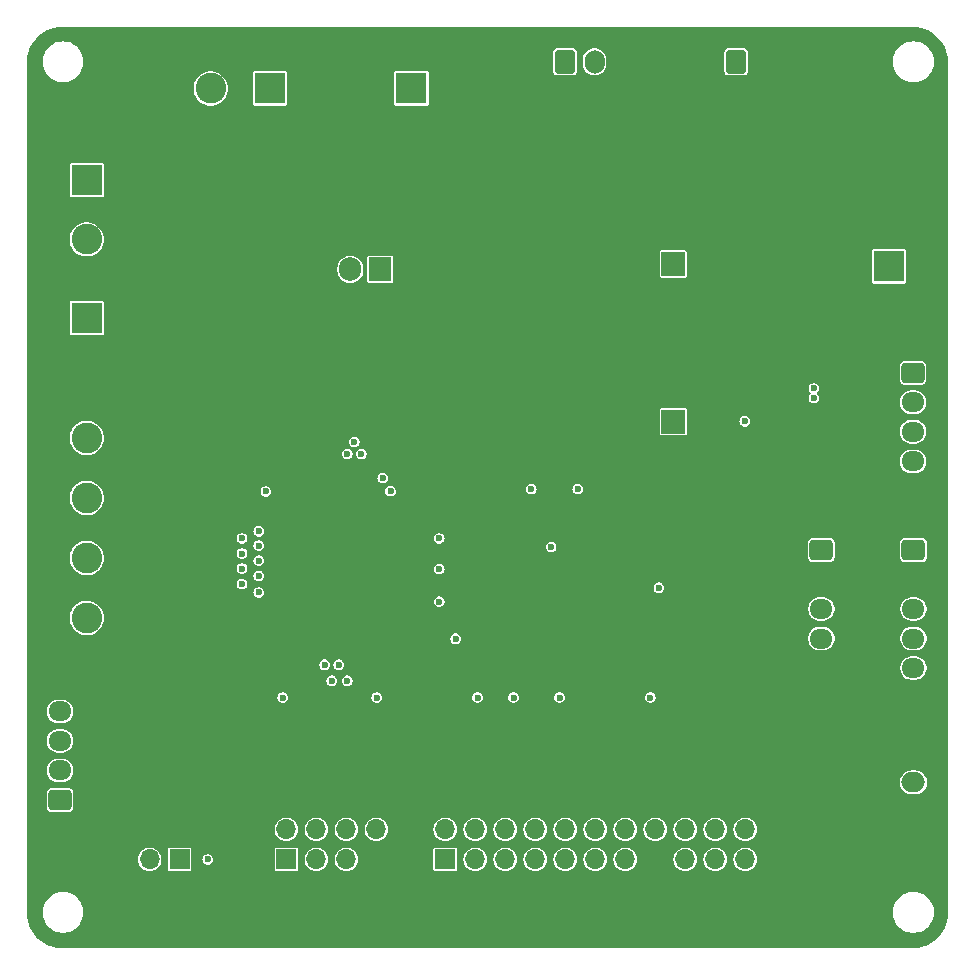
<source format=gbr>
%TF.GenerationSoftware,KiCad,Pcbnew,8.0.1*%
%TF.CreationDate,2024-04-04T08:15:03-04:00*%
%TF.ProjectId,ambiens-sc1,616d6269-656e-4732-9d73-63312e6b6963,rev?*%
%TF.SameCoordinates,Original*%
%TF.FileFunction,Copper,L2,Inr*%
%TF.FilePolarity,Positive*%
%FSLAX46Y46*%
G04 Gerber Fmt 4.6, Leading zero omitted, Abs format (unit mm)*
G04 Created by KiCad (PCBNEW 8.0.1) date 2024-04-04 08:15:03*
%MOMM*%
%LPD*%
G01*
G04 APERTURE LIST*
G04 Aperture macros list*
%AMRoundRect*
0 Rectangle with rounded corners*
0 $1 Rounding radius*
0 $2 $3 $4 $5 $6 $7 $8 $9 X,Y pos of 4 corners*
0 Add a 4 corners polygon primitive as box body*
4,1,4,$2,$3,$4,$5,$6,$7,$8,$9,$2,$3,0*
0 Add four circle primitives for the rounded corners*
1,1,$1+$1,$2,$3*
1,1,$1+$1,$4,$5*
1,1,$1+$1,$6,$7*
1,1,$1+$1,$8,$9*
0 Add four rect primitives between the rounded corners*
20,1,$1+$1,$2,$3,$4,$5,0*
20,1,$1+$1,$4,$5,$6,$7,0*
20,1,$1+$1,$6,$7,$8,$9,0*
20,1,$1+$1,$8,$9,$2,$3,0*%
G04 Aperture macros list end*
%TA.AperFunction,ComponentPad*%
%ADD10R,2.600000X2.600000*%
%TD*%
%TA.AperFunction,ComponentPad*%
%ADD11C,2.600000*%
%TD*%
%TA.AperFunction,ComponentPad*%
%ADD12R,2.000000X2.000000*%
%TD*%
%TA.AperFunction,ComponentPad*%
%ADD13C,2.000000*%
%TD*%
%TA.AperFunction,ComponentPad*%
%ADD14R,1.905000X2.000000*%
%TD*%
%TA.AperFunction,ComponentPad*%
%ADD15O,1.905000X2.000000*%
%TD*%
%TA.AperFunction,ComponentPad*%
%ADD16RoundRect,0.250000X-0.725000X0.600000X-0.725000X-0.600000X0.725000X-0.600000X0.725000X0.600000X0*%
%TD*%
%TA.AperFunction,ComponentPad*%
%ADD17O,1.950000X1.700000*%
%TD*%
%TA.AperFunction,ComponentPad*%
%ADD18R,1.700000X1.700000*%
%TD*%
%TA.AperFunction,ComponentPad*%
%ADD19O,1.700000X1.700000*%
%TD*%
%TA.AperFunction,ComponentPad*%
%ADD20RoundRect,0.250000X-0.600000X-0.750000X0.600000X-0.750000X0.600000X0.750000X-0.600000X0.750000X0*%
%TD*%
%TA.AperFunction,ComponentPad*%
%ADD21O,1.700000X2.000000*%
%TD*%
%TA.AperFunction,ComponentPad*%
%ADD22RoundRect,0.250000X0.725000X-0.600000X0.725000X0.600000X-0.725000X0.600000X-0.725000X-0.600000X0*%
%TD*%
%TA.AperFunction,ComponentPad*%
%ADD23RoundRect,0.250000X-0.750000X0.600000X-0.750000X-0.600000X0.750000X-0.600000X0.750000X0.600000X0*%
%TD*%
%TA.AperFunction,ComponentPad*%
%ADD24O,2.000000X1.700000*%
%TD*%
%TA.AperFunction,ViaPad*%
%ADD25C,0.600000*%
%TD*%
G04 APERTURE END LIST*
D10*
%TO.N,+12V*%
%TO.C,J4*%
X158000000Y-50250000D03*
D11*
%TO.N,GND*%
X153000000Y-50250000D03*
%TD*%
D10*
%TO.N,+12V*%
%TO.C,J7*%
X130500000Y-69680000D03*
D11*
%TO.N,GND*%
X130500000Y-74759999D03*
%TO.N,+5V*%
X130500000Y-79840000D03*
%TO.N,+5VSB*%
X130500000Y-84920000D03*
%TO.N,+3.3V*%
X130500000Y-90000000D03*
%TO.N,/PS_ON*%
X130500000Y-95080000D03*
%TD*%
D12*
%TO.N,+5V*%
%TO.C,C1*%
X180175000Y-65117678D03*
D13*
%TO.N,GND*%
X180175000Y-60117678D03*
%TD*%
D14*
%TO.N,Net-(Q2-G)*%
%TO.C,Q2*%
X155369999Y-65570000D03*
D15*
%TO.N,Net-(D1-K)*%
X152829999Y-65570000D03*
%TO.N,GND*%
X150290000Y-65570000D03*
%TD*%
D16*
%TO.N,/leds/B*%
%TO.C,J8*%
X200457322Y-74325000D03*
D17*
%TO.N,/leds/G*%
X200457322Y-76825000D03*
%TO.N,/leds/R*%
X200457322Y-79325000D03*
%TO.N,+5VSB*%
X200457322Y-81825000D03*
%TD*%
D18*
%TO.N,/STM32/PROG_SWD*%
%TO.C,J14*%
X147410000Y-115532934D03*
D19*
%TO.N,/STM32/PROG_SCLK*%
X147410000Y-112992934D03*
%TO.N,/STM32/STM32_PB7*%
X149950000Y-115532934D03*
%TO.N,/STM32/STM32_PB6*%
X149950000Y-112992934D03*
%TO.N,/STM32/STM32_NRST*%
X152489999Y-115532934D03*
%TO.N,/STM32/STM32_BOOT0*%
X152490000Y-112992934D03*
%TO.N,GND*%
X155030000Y-115532934D03*
%TO.N,+3.3V*%
X155030000Y-112992934D03*
%TD*%
D20*
%TO.N,/AQ_FAN_CTRL*%
%TO.C,J1*%
X171000000Y-48000000D03*
D21*
%TO.N,/AQ_FAN_TACH*%
X173500000Y-48000000D03*
%TD*%
D22*
%TO.N,/PWR_BTN*%
%TO.C,J12*%
X128250000Y-110500000D03*
D17*
%TO.N,/SDA_CTRL*%
X128250000Y-108000000D03*
%TO.N,/SCL_CTRL*%
X128250000Y-105500000D03*
%TO.N,/PS_ON_CTRL*%
X128250000Y-103000000D03*
%TD*%
D18*
%TO.N,+3.3V*%
%TO.C,J13*%
X138365000Y-115532934D03*
D19*
%TO.N,/STM32/STM32_BOOT1*%
X135825000Y-115532934D03*
%TD*%
D18*
%TO.N,+3.3V*%
%TO.C,J15*%
X160860000Y-115532934D03*
D19*
X160860000Y-112992934D03*
%TO.N,/STM32/STM32_PB13*%
X163400000Y-115532934D03*
%TO.N,/STM32/STM32_PB12*%
X163400000Y-112992934D03*
%TO.N,/STM32/STM32_PB15*%
X165940000Y-115532934D03*
%TO.N,/STM32/STM32_PB14*%
X165940000Y-112992934D03*
%TO.N,/STM32/STM32_PA9*%
X168480000Y-115532934D03*
%TO.N,/STM32/STM32_PA8*%
X168480000Y-112992934D03*
%TO.N,/STM32/STM32_PA11*%
X171020000Y-115532934D03*
%TO.N,/STM32/STM32_PA10*%
X171020000Y-112992934D03*
%TO.N,/STM32/STM32_PA15*%
X173560000Y-115532934D03*
%TO.N,/STM32/STM32_PA12*%
X173560000Y-112992934D03*
%TO.N,/STM32/STM32_PB4*%
X176100000Y-115532934D03*
%TO.N,/STM32/STM32_PB3*%
X176100000Y-112992934D03*
%TO.N,GND*%
X178640000Y-115532934D03*
%TO.N,/STM32/STM32_PB5*%
X178640000Y-112992934D03*
%TO.N,/STM32/STM32_PC13*%
X181180000Y-115532934D03*
%TO.N,/STM32/STM32_PA1*%
X181180000Y-112992934D03*
%TO.N,/STM32/STM32_PA4*%
X183720000Y-115532934D03*
%TO.N,/STM32/STM32_PA5*%
X183720000Y-112992934D03*
%TO.N,/STM32/STM32_PB0*%
X186260000Y-115532934D03*
%TO.N,/STM32/STM32_PB1*%
X186260000Y-112992934D03*
%TO.N,GND*%
X188800000Y-115532934D03*
X188800000Y-112992934D03*
%TD*%
D12*
%TO.N,+5VSB*%
%TO.C,C2*%
X180175000Y-78475000D03*
D13*
%TO.N,GND*%
X180175000Y-73475000D03*
%TD*%
D10*
%TO.N,Net-(D1-K)*%
%TO.C,J5*%
X130500000Y-58030000D03*
D11*
%TO.N,+12V*%
X130500000Y-63030000D03*
%TD*%
D10*
%TO.N,/leds/5V_LED_STRIP*%
%TO.C,J6*%
X198457322Y-65325000D03*
D11*
%TO.N,GND*%
X198457322Y-60325000D03*
%TD*%
D16*
%TO.N,+3.3V*%
%TO.C,J9*%
X192700000Y-89325000D03*
D17*
%TO.N,GND*%
X192700000Y-91825000D03*
%TO.N,/SCL_BUS*%
X192700000Y-94325000D03*
%TO.N,/SDA_BUS*%
X192700000Y-96825000D03*
%TO.N,GND*%
X192700000Y-99325000D03*
%TD*%
D10*
%TO.N,+12V*%
%TO.C,J3*%
X146000000Y-50250000D03*
D11*
%TO.N,Net-(J3-Pin_2)*%
X141000000Y-50250000D03*
%TD*%
D16*
%TO.N,+3.3V*%
%TO.C,J10*%
X200500001Y-89325000D03*
D17*
%TO.N,GND*%
X200500001Y-91825000D03*
%TO.N,/SCL_BUS*%
X200500001Y-94325000D03*
%TO.N,/SDA_BUS*%
X200500001Y-96825000D03*
%TO.N,unconnected-(J10-Pin_5-Pad5)*%
X200500001Y-99325000D03*
%TD*%
D20*
%TO.N,/HEATER_TEMP*%
%TO.C,J2*%
X185500000Y-48000000D03*
D21*
%TO.N,GND*%
X188000000Y-48000000D03*
%TD*%
D23*
%TO.N,GND*%
%TO.C,J11*%
X200500000Y-106500000D03*
D24*
%TO.N,/PWR_BTN*%
X200500000Y-109000000D03*
%TD*%
D25*
%TO.N,+3.3V*%
X140760000Y-115532934D03*
%TO.N,+5VSB*%
X186225000Y-78425000D03*
X178950000Y-92520000D03*
%TO.N,GND*%
X187880000Y-104940000D03*
X160110000Y-72110000D03*
X126500000Y-68800000D03*
X187300000Y-46000000D03*
X134100000Y-46000000D03*
X202500000Y-68800000D03*
X194900000Y-46000000D03*
X156900000Y-46000000D03*
X126500000Y-106800000D03*
X202500000Y-99200000D03*
X172100000Y-46000000D03*
X202500000Y-91600000D03*
X126500000Y-76400000D03*
X153610000Y-72110000D03*
X126500000Y-91600000D03*
X141700000Y-122000000D03*
X149300000Y-122000000D03*
X134100000Y-122000000D03*
X126500000Y-61200000D03*
X179700000Y-46000000D03*
X202500000Y-53600000D03*
X126500000Y-53600000D03*
X172100000Y-122000000D03*
X149300000Y-46000000D03*
X160110000Y-58820000D03*
X166650000Y-104940000D03*
X202500000Y-61200000D03*
X126500000Y-114400000D03*
X202500000Y-76400000D03*
X202500000Y-106800000D03*
X164500000Y-46000000D03*
X160110000Y-65610000D03*
X160110000Y-52610000D03*
X126500000Y-84000000D03*
X164500000Y-122000000D03*
X202500000Y-84000000D03*
X202500000Y-114400000D03*
X126500000Y-99200000D03*
X194900000Y-122000000D03*
X140610000Y-72110000D03*
X179700000Y-122000000D03*
X187300000Y-122000000D03*
X156900000Y-122000000D03*
X134110000Y-72110000D03*
X147110000Y-72110000D03*
X141700000Y-46000000D03*
%TO.N,+3.3V*%
X155064439Y-101825000D03*
X161745000Y-96843545D03*
X163600000Y-101825000D03*
X145675000Y-84375000D03*
X168142500Y-84175000D03*
X172075000Y-84175000D03*
X178220000Y-101825000D03*
X147100000Y-101825000D03*
X169820000Y-89070000D03*
X166641496Y-101825000D03*
X170535698Y-101825000D03*
%TO.N,+5V*%
X192075001Y-75650000D03*
X192075001Y-76475000D03*
%TO.N,/STM32/STM32_NRST*%
X160350000Y-90950000D03*
%TO.N,/STM32/STM32_BOOT1*%
X152549872Y-81200000D03*
%TO.N,/STM32/STM32_PA4*%
X156225000Y-84350000D03*
%TO.N,/STM32/STM32_PB3*%
X151250000Y-100400000D03*
%TO.N,/STM32/STM32_PA8*%
X145075000Y-90228672D03*
%TO.N,/STM32/STM32_PC13*%
X160350000Y-93700000D03*
%TO.N,/STM32/STM32_PA12*%
X145075000Y-92925000D03*
%TO.N,/STM32/STM32_PA5*%
X155575000Y-83250000D03*
%TO.N,/STM32/STM32_PB15*%
X143650000Y-89628672D03*
%TO.N,/STM32/STM32_PB13*%
X143650000Y-88350000D03*
%TO.N,/STM32/STM32_PB5*%
X152549872Y-100400000D03*
%TO.N,/STM32/STM32_PB14*%
X145075000Y-88953672D03*
%TO.N,/STM32/STM32_PB1*%
X153150000Y-80175000D03*
%TO.N,/STM32/STM32_PB12*%
X145075000Y-87750000D03*
%TO.N,/STM32/STM32_PA15*%
X150650000Y-99050000D03*
%TO.N,/STM32/STM32_PB4*%
X151850000Y-99050000D03*
%TO.N,/STM32/STM32_PB0*%
X153749872Y-81200000D03*
%TO.N,/STM32/STM32_PA9*%
X143650000Y-90900000D03*
%TO.N,/STM32/STM32_PA1*%
X160350000Y-88350000D03*
%TO.N,/STM32/STM32_PA11*%
X143650000Y-92225000D03*
%TO.N,/STM32/STM32_PA10*%
X145075000Y-91525000D03*
%TD*%
%TA.AperFunction,Conductor*%
%TO.N,GND*%
G36*
X200419366Y-45050506D02*
G01*
X200562941Y-45052266D01*
X200569247Y-45052613D01*
X200861702Y-45081418D01*
X200868849Y-45082479D01*
X201120461Y-45132527D01*
X201150543Y-45138511D01*
X201157587Y-45140275D01*
X201192234Y-45150785D01*
X201432432Y-45223648D01*
X201439262Y-45226092D01*
X201704619Y-45336007D01*
X201711178Y-45339110D01*
X201964455Y-45474490D01*
X201970684Y-45478223D01*
X202209494Y-45637790D01*
X202215327Y-45642116D01*
X202437343Y-45824319D01*
X202442724Y-45829196D01*
X202645802Y-46032274D01*
X202650679Y-46037655D01*
X202832878Y-46259667D01*
X202837204Y-46265500D01*
X202996776Y-46504316D01*
X203000509Y-46510545D01*
X203135888Y-46763820D01*
X203138993Y-46770384D01*
X203248904Y-47035732D01*
X203251351Y-47042570D01*
X203334723Y-47317411D01*
X203336487Y-47324455D01*
X203392516Y-47606130D01*
X203393582Y-47613314D01*
X203422383Y-47905730D01*
X203422733Y-47912075D01*
X203424494Y-48055632D01*
X203424500Y-48056540D01*
X203424500Y-120043458D01*
X203424494Y-120044366D01*
X203422733Y-120187923D01*
X203422383Y-120194268D01*
X203393582Y-120486684D01*
X203392516Y-120493868D01*
X203336487Y-120775543D01*
X203334723Y-120782587D01*
X203251351Y-121057428D01*
X203248904Y-121064266D01*
X203138993Y-121329614D01*
X203135888Y-121336178D01*
X203000509Y-121589453D01*
X202996776Y-121595682D01*
X202837204Y-121834498D01*
X202832878Y-121840331D01*
X202650679Y-122062343D01*
X202645802Y-122067724D01*
X202442724Y-122270802D01*
X202437343Y-122275679D01*
X202215327Y-122457882D01*
X202209494Y-122462208D01*
X201970684Y-122621775D01*
X201964455Y-122625508D01*
X201711178Y-122760888D01*
X201704614Y-122763993D01*
X201439266Y-122873904D01*
X201432428Y-122876351D01*
X201157587Y-122959723D01*
X201150543Y-122961487D01*
X200868868Y-123017516D01*
X200861684Y-123018582D01*
X200569267Y-123047383D01*
X200562922Y-123047733D01*
X200419366Y-123049494D01*
X200418458Y-123049500D01*
X128431542Y-123049500D01*
X128430634Y-123049494D01*
X128287075Y-123047733D01*
X128280730Y-123047383D01*
X127988314Y-123018582D01*
X127981132Y-123017516D01*
X127951048Y-123011532D01*
X127699455Y-122961487D01*
X127692411Y-122959723D01*
X127417570Y-122876351D01*
X127410732Y-122873904D01*
X127145384Y-122763993D01*
X127138820Y-122760888D01*
X126885545Y-122625509D01*
X126879316Y-122621776D01*
X126640500Y-122462204D01*
X126634667Y-122457878D01*
X126412655Y-122275679D01*
X126407274Y-122270802D01*
X126204196Y-122067724D01*
X126199319Y-122062343D01*
X126017116Y-121840327D01*
X126012790Y-121834494D01*
X125853223Y-121595684D01*
X125849490Y-121589455D01*
X125714110Y-121336178D01*
X125711005Y-121329614D01*
X125644678Y-121169488D01*
X125601092Y-121064262D01*
X125598647Y-121057428D01*
X125515275Y-120782587D01*
X125513511Y-120775543D01*
X125495785Y-120686429D01*
X125457479Y-120493849D01*
X125456418Y-120486702D01*
X125427613Y-120194247D01*
X125427266Y-120187941D01*
X125426350Y-120113224D01*
X126772500Y-120113224D01*
X126802057Y-120337740D01*
X126860667Y-120556477D01*
X126947326Y-120765689D01*
X126947327Y-120765692D01*
X127060551Y-120961803D01*
X127060555Y-120961809D01*
X127133927Y-121057428D01*
X127198410Y-121141464D01*
X127358536Y-121301590D01*
X127538193Y-121439446D01*
X127734307Y-121552672D01*
X127943522Y-121639332D01*
X128162258Y-121697942D01*
X128386774Y-121727500D01*
X128386776Y-121727500D01*
X128613224Y-121727500D01*
X128613226Y-121727500D01*
X128837742Y-121697942D01*
X129056478Y-121639332D01*
X129265693Y-121552672D01*
X129461807Y-121439446D01*
X129641464Y-121301590D01*
X129801590Y-121141464D01*
X129939446Y-120961807D01*
X130052672Y-120765693D01*
X130139332Y-120556478D01*
X130197942Y-120337742D01*
X130227500Y-120113226D01*
X130227500Y-120113224D01*
X198772500Y-120113224D01*
X198802057Y-120337740D01*
X198860667Y-120556477D01*
X198947326Y-120765689D01*
X198947327Y-120765692D01*
X199060551Y-120961803D01*
X199060555Y-120961809D01*
X199133927Y-121057428D01*
X199198410Y-121141464D01*
X199358536Y-121301590D01*
X199538193Y-121439446D01*
X199734307Y-121552672D01*
X199943522Y-121639332D01*
X200162258Y-121697942D01*
X200386774Y-121727500D01*
X200386776Y-121727500D01*
X200613224Y-121727500D01*
X200613226Y-121727500D01*
X200837742Y-121697942D01*
X201056478Y-121639332D01*
X201265693Y-121552672D01*
X201461807Y-121439446D01*
X201641464Y-121301590D01*
X201801590Y-121141464D01*
X201939446Y-120961807D01*
X202052672Y-120765693D01*
X202139332Y-120556478D01*
X202197942Y-120337742D01*
X202227500Y-120113226D01*
X202227500Y-119886774D01*
X202197942Y-119662258D01*
X202139332Y-119443522D01*
X202052672Y-119234307D01*
X201939446Y-119038193D01*
X201801590Y-118858536D01*
X201641464Y-118698410D01*
X201461809Y-118560555D01*
X201461803Y-118560551D01*
X201265692Y-118447327D01*
X201265689Y-118447326D01*
X201056477Y-118360667D01*
X200837740Y-118302057D01*
X200672340Y-118280282D01*
X200613226Y-118272500D01*
X200386774Y-118272500D01*
X200334537Y-118279377D01*
X200162259Y-118302057D01*
X199943522Y-118360667D01*
X199734310Y-118447326D01*
X199734307Y-118447327D01*
X199538196Y-118560551D01*
X199538190Y-118560555D01*
X199358535Y-118698410D01*
X199198410Y-118858535D01*
X199060555Y-119038190D01*
X199060551Y-119038196D01*
X198947327Y-119234307D01*
X198947326Y-119234310D01*
X198860667Y-119443522D01*
X198802057Y-119662259D01*
X198772500Y-119886775D01*
X198772500Y-120113224D01*
X130227500Y-120113224D01*
X130227500Y-119886774D01*
X130197942Y-119662258D01*
X130139332Y-119443522D01*
X130052672Y-119234307D01*
X129939446Y-119038193D01*
X129801590Y-118858536D01*
X129641464Y-118698410D01*
X129461809Y-118560555D01*
X129461803Y-118560551D01*
X129265692Y-118447327D01*
X129265689Y-118447326D01*
X129056477Y-118360667D01*
X128837740Y-118302057D01*
X128672340Y-118280282D01*
X128613226Y-118272500D01*
X128386774Y-118272500D01*
X128334537Y-118279377D01*
X128162259Y-118302057D01*
X127943522Y-118360667D01*
X127734310Y-118447326D01*
X127734307Y-118447327D01*
X127538196Y-118560551D01*
X127538190Y-118560555D01*
X127358535Y-118698410D01*
X127198410Y-118858535D01*
X127060555Y-119038190D01*
X127060551Y-119038196D01*
X126947327Y-119234307D01*
X126947326Y-119234310D01*
X126860667Y-119443522D01*
X126802057Y-119662259D01*
X126772500Y-119886775D01*
X126772500Y-120113224D01*
X125426350Y-120113224D01*
X125425506Y-120044366D01*
X125425500Y-120043459D01*
X125425500Y-115532934D01*
X134819659Y-115532934D01*
X134838976Y-115729067D01*
X134896187Y-115917665D01*
X134931342Y-115983434D01*
X134989090Y-116091472D01*
X135114117Y-116243817D01*
X135266462Y-116368844D01*
X135320547Y-116397753D01*
X135440268Y-116461746D01*
X135440270Y-116461746D01*
X135440273Y-116461748D01*
X135628868Y-116518958D01*
X135825000Y-116538275D01*
X136021132Y-116518958D01*
X136209727Y-116461748D01*
X136329453Y-116397753D01*
X137364500Y-116397753D01*
X137373233Y-116441656D01*
X137386656Y-116461746D01*
X137406496Y-116491438D01*
X137456278Y-116524701D01*
X137500180Y-116533434D01*
X137500181Y-116533434D01*
X139229819Y-116533434D01*
X139229820Y-116533434D01*
X139273722Y-116524701D01*
X139323504Y-116491438D01*
X139356767Y-116441656D01*
X139365500Y-116397754D01*
X139365500Y-116397753D01*
X146409500Y-116397753D01*
X146418233Y-116441656D01*
X146431656Y-116461746D01*
X146451496Y-116491438D01*
X146501278Y-116524701D01*
X146545180Y-116533434D01*
X146545181Y-116533434D01*
X148274819Y-116533434D01*
X148274820Y-116533434D01*
X148318722Y-116524701D01*
X148368504Y-116491438D01*
X148401767Y-116441656D01*
X148410500Y-116397754D01*
X148410500Y-115532934D01*
X148944659Y-115532934D01*
X148963976Y-115729067D01*
X149021187Y-115917665D01*
X149056342Y-115983434D01*
X149114090Y-116091472D01*
X149239117Y-116243817D01*
X149391462Y-116368844D01*
X149445547Y-116397753D01*
X149565268Y-116461746D01*
X149565270Y-116461746D01*
X149565273Y-116461748D01*
X149753868Y-116518958D01*
X149950000Y-116538275D01*
X150146132Y-116518958D01*
X150334727Y-116461748D01*
X150508538Y-116368844D01*
X150660883Y-116243817D01*
X150785910Y-116091472D01*
X150878814Y-115917661D01*
X150936024Y-115729066D01*
X150955341Y-115532934D01*
X151484658Y-115532934D01*
X151503975Y-115729067D01*
X151561186Y-115917665D01*
X151596341Y-115983434D01*
X151654089Y-116091472D01*
X151779116Y-116243817D01*
X151931461Y-116368844D01*
X151985546Y-116397753D01*
X152105267Y-116461746D01*
X152105269Y-116461746D01*
X152105272Y-116461748D01*
X152293867Y-116518958D01*
X152489999Y-116538275D01*
X152686131Y-116518958D01*
X152874726Y-116461748D01*
X152994452Y-116397753D01*
X159859500Y-116397753D01*
X159868233Y-116441656D01*
X159881656Y-116461746D01*
X159901496Y-116491438D01*
X159951278Y-116524701D01*
X159995180Y-116533434D01*
X159995181Y-116533434D01*
X161724819Y-116533434D01*
X161724820Y-116533434D01*
X161768722Y-116524701D01*
X161818504Y-116491438D01*
X161851767Y-116441656D01*
X161860500Y-116397754D01*
X161860500Y-115532934D01*
X162394659Y-115532934D01*
X162413976Y-115729067D01*
X162471187Y-115917665D01*
X162506342Y-115983434D01*
X162564090Y-116091472D01*
X162689117Y-116243817D01*
X162841462Y-116368844D01*
X162895547Y-116397753D01*
X163015268Y-116461746D01*
X163015270Y-116461746D01*
X163015273Y-116461748D01*
X163203868Y-116518958D01*
X163400000Y-116538275D01*
X163596132Y-116518958D01*
X163784727Y-116461748D01*
X163958538Y-116368844D01*
X164110883Y-116243817D01*
X164235910Y-116091472D01*
X164328814Y-115917661D01*
X164386024Y-115729066D01*
X164405341Y-115532934D01*
X164934659Y-115532934D01*
X164953976Y-115729067D01*
X165011187Y-115917665D01*
X165046342Y-115983434D01*
X165104090Y-116091472D01*
X165229117Y-116243817D01*
X165381462Y-116368844D01*
X165435547Y-116397753D01*
X165555268Y-116461746D01*
X165555270Y-116461746D01*
X165555273Y-116461748D01*
X165743868Y-116518958D01*
X165940000Y-116538275D01*
X166136132Y-116518958D01*
X166324727Y-116461748D01*
X166498538Y-116368844D01*
X166650883Y-116243817D01*
X166775910Y-116091472D01*
X166868814Y-115917661D01*
X166926024Y-115729066D01*
X166945341Y-115532934D01*
X167474659Y-115532934D01*
X167493976Y-115729067D01*
X167551187Y-115917665D01*
X167586342Y-115983434D01*
X167644090Y-116091472D01*
X167769117Y-116243817D01*
X167921462Y-116368844D01*
X167975547Y-116397753D01*
X168095268Y-116461746D01*
X168095270Y-116461746D01*
X168095273Y-116461748D01*
X168283868Y-116518958D01*
X168480000Y-116538275D01*
X168676132Y-116518958D01*
X168864727Y-116461748D01*
X169038538Y-116368844D01*
X169190883Y-116243817D01*
X169315910Y-116091472D01*
X169408814Y-115917661D01*
X169466024Y-115729066D01*
X169485341Y-115532934D01*
X170014659Y-115532934D01*
X170033976Y-115729067D01*
X170091187Y-115917665D01*
X170126342Y-115983434D01*
X170184090Y-116091472D01*
X170309117Y-116243817D01*
X170461462Y-116368844D01*
X170515547Y-116397753D01*
X170635268Y-116461746D01*
X170635270Y-116461746D01*
X170635273Y-116461748D01*
X170823868Y-116518958D01*
X171020000Y-116538275D01*
X171216132Y-116518958D01*
X171404727Y-116461748D01*
X171578538Y-116368844D01*
X171730883Y-116243817D01*
X171855910Y-116091472D01*
X171948814Y-115917661D01*
X172006024Y-115729066D01*
X172025341Y-115532934D01*
X172554659Y-115532934D01*
X172573976Y-115729067D01*
X172631187Y-115917665D01*
X172666342Y-115983434D01*
X172724090Y-116091472D01*
X172849117Y-116243817D01*
X173001462Y-116368844D01*
X173055547Y-116397753D01*
X173175268Y-116461746D01*
X173175270Y-116461746D01*
X173175273Y-116461748D01*
X173363868Y-116518958D01*
X173560000Y-116538275D01*
X173756132Y-116518958D01*
X173944727Y-116461748D01*
X174118538Y-116368844D01*
X174270883Y-116243817D01*
X174395910Y-116091472D01*
X174488814Y-115917661D01*
X174546024Y-115729066D01*
X174565341Y-115532934D01*
X175094659Y-115532934D01*
X175113976Y-115729067D01*
X175171187Y-115917665D01*
X175206342Y-115983434D01*
X175264090Y-116091472D01*
X175389117Y-116243817D01*
X175541462Y-116368844D01*
X175595547Y-116397753D01*
X175715268Y-116461746D01*
X175715270Y-116461746D01*
X175715273Y-116461748D01*
X175903868Y-116518958D01*
X176100000Y-116538275D01*
X176296132Y-116518958D01*
X176484727Y-116461748D01*
X176658538Y-116368844D01*
X176810883Y-116243817D01*
X176935910Y-116091472D01*
X177028814Y-115917661D01*
X177086024Y-115729066D01*
X177105341Y-115532934D01*
X180174659Y-115532934D01*
X180193976Y-115729067D01*
X180251187Y-115917665D01*
X180286342Y-115983434D01*
X180344090Y-116091472D01*
X180469117Y-116243817D01*
X180621462Y-116368844D01*
X180675547Y-116397753D01*
X180795268Y-116461746D01*
X180795270Y-116461746D01*
X180795273Y-116461748D01*
X180983868Y-116518958D01*
X181180000Y-116538275D01*
X181376132Y-116518958D01*
X181564727Y-116461748D01*
X181738538Y-116368844D01*
X181890883Y-116243817D01*
X182015910Y-116091472D01*
X182108814Y-115917661D01*
X182166024Y-115729066D01*
X182185341Y-115532934D01*
X182714659Y-115532934D01*
X182733976Y-115729067D01*
X182791187Y-115917665D01*
X182826342Y-115983434D01*
X182884090Y-116091472D01*
X183009117Y-116243817D01*
X183161462Y-116368844D01*
X183215547Y-116397753D01*
X183335268Y-116461746D01*
X183335270Y-116461746D01*
X183335273Y-116461748D01*
X183523868Y-116518958D01*
X183720000Y-116538275D01*
X183916132Y-116518958D01*
X184104727Y-116461748D01*
X184278538Y-116368844D01*
X184430883Y-116243817D01*
X184555910Y-116091472D01*
X184648814Y-115917661D01*
X184706024Y-115729066D01*
X184725341Y-115532934D01*
X185254659Y-115532934D01*
X185273976Y-115729067D01*
X185331187Y-115917665D01*
X185366342Y-115983434D01*
X185424090Y-116091472D01*
X185549117Y-116243817D01*
X185701462Y-116368844D01*
X185755547Y-116397753D01*
X185875268Y-116461746D01*
X185875270Y-116461746D01*
X185875273Y-116461748D01*
X186063868Y-116518958D01*
X186260000Y-116538275D01*
X186456132Y-116518958D01*
X186644727Y-116461748D01*
X186818538Y-116368844D01*
X186970883Y-116243817D01*
X187095910Y-116091472D01*
X187188814Y-115917661D01*
X187246024Y-115729066D01*
X187265341Y-115532934D01*
X187246024Y-115336802D01*
X187188814Y-115148207D01*
X187188812Y-115148204D01*
X187188812Y-115148202D01*
X187137048Y-115051360D01*
X187095910Y-114974396D01*
X186970883Y-114822051D01*
X186818538Y-114697024D01*
X186808597Y-114691710D01*
X186644731Y-114604121D01*
X186456133Y-114546910D01*
X186260000Y-114527593D01*
X186063866Y-114546910D01*
X185875268Y-114604121D01*
X185701463Y-114697023D01*
X185549117Y-114822051D01*
X185424089Y-114974397D01*
X185331187Y-115148202D01*
X185273976Y-115336800D01*
X185254659Y-115532934D01*
X184725341Y-115532934D01*
X184706024Y-115336802D01*
X184648814Y-115148207D01*
X184648812Y-115148204D01*
X184648812Y-115148202D01*
X184597048Y-115051360D01*
X184555910Y-114974396D01*
X184430883Y-114822051D01*
X184278538Y-114697024D01*
X184268597Y-114691710D01*
X184104731Y-114604121D01*
X183916133Y-114546910D01*
X183720000Y-114527593D01*
X183523866Y-114546910D01*
X183335268Y-114604121D01*
X183161463Y-114697023D01*
X183009117Y-114822051D01*
X182884089Y-114974397D01*
X182791187Y-115148202D01*
X182733976Y-115336800D01*
X182714659Y-115532934D01*
X182185341Y-115532934D01*
X182166024Y-115336802D01*
X182108814Y-115148207D01*
X182108812Y-115148204D01*
X182108812Y-115148202D01*
X182057048Y-115051360D01*
X182015910Y-114974396D01*
X181890883Y-114822051D01*
X181738538Y-114697024D01*
X181728597Y-114691710D01*
X181564731Y-114604121D01*
X181376133Y-114546910D01*
X181180000Y-114527593D01*
X180983866Y-114546910D01*
X180795268Y-114604121D01*
X180621463Y-114697023D01*
X180469117Y-114822051D01*
X180344089Y-114974397D01*
X180251187Y-115148202D01*
X180193976Y-115336800D01*
X180174659Y-115532934D01*
X177105341Y-115532934D01*
X177086024Y-115336802D01*
X177028814Y-115148207D01*
X177028812Y-115148204D01*
X177028812Y-115148202D01*
X176977048Y-115051360D01*
X176935910Y-114974396D01*
X176810883Y-114822051D01*
X176658538Y-114697024D01*
X176648597Y-114691710D01*
X176484731Y-114604121D01*
X176296133Y-114546910D01*
X176100000Y-114527593D01*
X175903866Y-114546910D01*
X175715268Y-114604121D01*
X175541463Y-114697023D01*
X175389117Y-114822051D01*
X175264089Y-114974397D01*
X175171187Y-115148202D01*
X175113976Y-115336800D01*
X175094659Y-115532934D01*
X174565341Y-115532934D01*
X174546024Y-115336802D01*
X174488814Y-115148207D01*
X174488812Y-115148204D01*
X174488812Y-115148202D01*
X174437048Y-115051360D01*
X174395910Y-114974396D01*
X174270883Y-114822051D01*
X174118538Y-114697024D01*
X174108597Y-114691710D01*
X173944731Y-114604121D01*
X173756133Y-114546910D01*
X173560000Y-114527593D01*
X173363866Y-114546910D01*
X173175268Y-114604121D01*
X173001463Y-114697023D01*
X172849117Y-114822051D01*
X172724089Y-114974397D01*
X172631187Y-115148202D01*
X172573976Y-115336800D01*
X172554659Y-115532934D01*
X172025341Y-115532934D01*
X172006024Y-115336802D01*
X171948814Y-115148207D01*
X171948812Y-115148204D01*
X171948812Y-115148202D01*
X171897048Y-115051360D01*
X171855910Y-114974396D01*
X171730883Y-114822051D01*
X171578538Y-114697024D01*
X171568597Y-114691710D01*
X171404731Y-114604121D01*
X171216133Y-114546910D01*
X171020000Y-114527593D01*
X170823866Y-114546910D01*
X170635268Y-114604121D01*
X170461463Y-114697023D01*
X170309117Y-114822051D01*
X170184089Y-114974397D01*
X170091187Y-115148202D01*
X170033976Y-115336800D01*
X170014659Y-115532934D01*
X169485341Y-115532934D01*
X169466024Y-115336802D01*
X169408814Y-115148207D01*
X169408812Y-115148204D01*
X169408812Y-115148202D01*
X169357048Y-115051360D01*
X169315910Y-114974396D01*
X169190883Y-114822051D01*
X169038538Y-114697024D01*
X169028597Y-114691710D01*
X168864731Y-114604121D01*
X168676133Y-114546910D01*
X168480000Y-114527593D01*
X168283866Y-114546910D01*
X168095268Y-114604121D01*
X167921463Y-114697023D01*
X167769117Y-114822051D01*
X167644089Y-114974397D01*
X167551187Y-115148202D01*
X167493976Y-115336800D01*
X167474659Y-115532934D01*
X166945341Y-115532934D01*
X166926024Y-115336802D01*
X166868814Y-115148207D01*
X166868812Y-115148204D01*
X166868812Y-115148202D01*
X166817048Y-115051360D01*
X166775910Y-114974396D01*
X166650883Y-114822051D01*
X166498538Y-114697024D01*
X166488597Y-114691710D01*
X166324731Y-114604121D01*
X166136133Y-114546910D01*
X165940000Y-114527593D01*
X165743866Y-114546910D01*
X165555268Y-114604121D01*
X165381463Y-114697023D01*
X165229117Y-114822051D01*
X165104089Y-114974397D01*
X165011187Y-115148202D01*
X164953976Y-115336800D01*
X164934659Y-115532934D01*
X164405341Y-115532934D01*
X164386024Y-115336802D01*
X164328814Y-115148207D01*
X164328812Y-115148204D01*
X164328812Y-115148202D01*
X164277048Y-115051360D01*
X164235910Y-114974396D01*
X164110883Y-114822051D01*
X163958538Y-114697024D01*
X163948597Y-114691710D01*
X163784731Y-114604121D01*
X163596133Y-114546910D01*
X163400000Y-114527593D01*
X163203866Y-114546910D01*
X163015268Y-114604121D01*
X162841463Y-114697023D01*
X162689117Y-114822051D01*
X162564089Y-114974397D01*
X162471187Y-115148202D01*
X162413976Y-115336800D01*
X162394659Y-115532934D01*
X161860500Y-115532934D01*
X161860500Y-114668114D01*
X161851767Y-114624212D01*
X161818504Y-114574430D01*
X161768722Y-114541167D01*
X161724820Y-114532434D01*
X159995180Y-114532434D01*
X159973229Y-114536800D01*
X159951277Y-114541167D01*
X159901496Y-114574429D01*
X159901495Y-114574430D01*
X159868233Y-114624211D01*
X159859500Y-114668114D01*
X159859500Y-116397753D01*
X152994452Y-116397753D01*
X153048537Y-116368844D01*
X153200882Y-116243817D01*
X153325909Y-116091472D01*
X153418813Y-115917661D01*
X153476023Y-115729066D01*
X153495340Y-115532934D01*
X153476023Y-115336802D01*
X153418813Y-115148207D01*
X153418811Y-115148204D01*
X153418811Y-115148202D01*
X153367047Y-115051360D01*
X153325909Y-114974396D01*
X153200882Y-114822051D01*
X153048537Y-114697024D01*
X153038596Y-114691710D01*
X152874730Y-114604121D01*
X152686132Y-114546910D01*
X152489999Y-114527593D01*
X152293865Y-114546910D01*
X152105267Y-114604121D01*
X151931462Y-114697023D01*
X151779116Y-114822051D01*
X151654088Y-114974397D01*
X151561186Y-115148202D01*
X151503975Y-115336800D01*
X151484658Y-115532934D01*
X150955341Y-115532934D01*
X150936024Y-115336802D01*
X150878814Y-115148207D01*
X150878812Y-115148204D01*
X150878812Y-115148202D01*
X150827048Y-115051360D01*
X150785910Y-114974396D01*
X150660883Y-114822051D01*
X150508538Y-114697024D01*
X150498597Y-114691710D01*
X150334731Y-114604121D01*
X150146133Y-114546910D01*
X149950000Y-114527593D01*
X149753866Y-114546910D01*
X149565268Y-114604121D01*
X149391463Y-114697023D01*
X149239117Y-114822051D01*
X149114089Y-114974397D01*
X149021187Y-115148202D01*
X148963976Y-115336800D01*
X148944659Y-115532934D01*
X148410500Y-115532934D01*
X148410500Y-114668114D01*
X148401767Y-114624212D01*
X148368504Y-114574430D01*
X148318722Y-114541167D01*
X148274820Y-114532434D01*
X146545180Y-114532434D01*
X146523229Y-114536800D01*
X146501277Y-114541167D01*
X146451496Y-114574429D01*
X146451495Y-114574430D01*
X146418233Y-114624211D01*
X146409500Y-114668114D01*
X146409500Y-116397753D01*
X139365500Y-116397753D01*
X139365500Y-115532934D01*
X140304867Y-115532934D01*
X140323302Y-115661157D01*
X140323302Y-115661158D01*
X140323303Y-115661160D01*
X140377118Y-115778997D01*
X140461951Y-115876901D01*
X140570931Y-115946938D01*
X140695228Y-115983434D01*
X140824772Y-115983434D01*
X140949069Y-115946938D01*
X141058049Y-115876901D01*
X141142882Y-115778997D01*
X141196697Y-115661160D01*
X141215133Y-115532934D01*
X141196697Y-115404708D01*
X141142882Y-115286871D01*
X141058049Y-115188967D01*
X140991032Y-115145898D01*
X140949068Y-115118929D01*
X140824772Y-115082434D01*
X140695228Y-115082434D01*
X140570931Y-115118929D01*
X140461954Y-115188965D01*
X140461950Y-115188968D01*
X140377119Y-115286869D01*
X140323302Y-115404710D01*
X140304867Y-115532934D01*
X139365500Y-115532934D01*
X139365500Y-114668114D01*
X139356767Y-114624212D01*
X139323504Y-114574430D01*
X139273722Y-114541167D01*
X139229820Y-114532434D01*
X137500180Y-114532434D01*
X137478229Y-114536800D01*
X137456277Y-114541167D01*
X137406496Y-114574429D01*
X137406495Y-114574430D01*
X137373233Y-114624211D01*
X137364500Y-114668114D01*
X137364500Y-116397753D01*
X136329453Y-116397753D01*
X136383538Y-116368844D01*
X136535883Y-116243817D01*
X136660910Y-116091472D01*
X136753814Y-115917661D01*
X136811024Y-115729066D01*
X136830341Y-115532934D01*
X136811024Y-115336802D01*
X136753814Y-115148207D01*
X136753812Y-115148204D01*
X136753812Y-115148202D01*
X136702048Y-115051360D01*
X136660910Y-114974396D01*
X136535883Y-114822051D01*
X136383538Y-114697024D01*
X136373597Y-114691710D01*
X136209731Y-114604121D01*
X136021133Y-114546910D01*
X135825000Y-114527593D01*
X135628866Y-114546910D01*
X135440268Y-114604121D01*
X135266463Y-114697023D01*
X135114117Y-114822051D01*
X134989089Y-114974397D01*
X134896187Y-115148202D01*
X134838976Y-115336800D01*
X134819659Y-115532934D01*
X125425500Y-115532934D01*
X125425500Y-112992934D01*
X146404659Y-112992934D01*
X146423976Y-113189067D01*
X146481187Y-113377665D01*
X146568776Y-113541531D01*
X146574090Y-113551472D01*
X146699117Y-113703817D01*
X146851462Y-113828844D01*
X146928426Y-113869982D01*
X147025268Y-113921746D01*
X147025270Y-113921746D01*
X147025273Y-113921748D01*
X147213868Y-113978958D01*
X147410000Y-113998275D01*
X147606132Y-113978958D01*
X147794727Y-113921748D01*
X147968538Y-113828844D01*
X148120883Y-113703817D01*
X148245910Y-113551472D01*
X148338814Y-113377661D01*
X148396024Y-113189066D01*
X148415341Y-112992934D01*
X148944659Y-112992934D01*
X148963976Y-113189067D01*
X149021187Y-113377665D01*
X149108776Y-113541531D01*
X149114090Y-113551472D01*
X149239117Y-113703817D01*
X149391462Y-113828844D01*
X149468426Y-113869982D01*
X149565268Y-113921746D01*
X149565270Y-113921746D01*
X149565273Y-113921748D01*
X149753868Y-113978958D01*
X149950000Y-113998275D01*
X150146132Y-113978958D01*
X150334727Y-113921748D01*
X150508538Y-113828844D01*
X150660883Y-113703817D01*
X150785910Y-113551472D01*
X150878814Y-113377661D01*
X150936024Y-113189066D01*
X150955341Y-112992934D01*
X151484659Y-112992934D01*
X151503976Y-113189067D01*
X151561187Y-113377665D01*
X151648776Y-113541531D01*
X151654090Y-113551472D01*
X151779117Y-113703817D01*
X151931462Y-113828844D01*
X152008426Y-113869982D01*
X152105268Y-113921746D01*
X152105270Y-113921746D01*
X152105273Y-113921748D01*
X152293868Y-113978958D01*
X152490000Y-113998275D01*
X152686132Y-113978958D01*
X152874727Y-113921748D01*
X153048538Y-113828844D01*
X153200883Y-113703817D01*
X153325910Y-113551472D01*
X153418814Y-113377661D01*
X153476024Y-113189066D01*
X153495341Y-112992934D01*
X154024659Y-112992934D01*
X154043976Y-113189067D01*
X154101187Y-113377665D01*
X154188776Y-113541531D01*
X154194090Y-113551472D01*
X154319117Y-113703817D01*
X154471462Y-113828844D01*
X154548426Y-113869982D01*
X154645268Y-113921746D01*
X154645270Y-113921746D01*
X154645273Y-113921748D01*
X154833868Y-113978958D01*
X155030000Y-113998275D01*
X155226132Y-113978958D01*
X155414727Y-113921748D01*
X155588538Y-113828844D01*
X155740883Y-113703817D01*
X155865910Y-113551472D01*
X155958814Y-113377661D01*
X156016024Y-113189066D01*
X156035341Y-112992934D01*
X159854659Y-112992934D01*
X159873976Y-113189067D01*
X159931187Y-113377665D01*
X160018776Y-113541531D01*
X160024090Y-113551472D01*
X160149117Y-113703817D01*
X160301462Y-113828844D01*
X160378426Y-113869982D01*
X160475268Y-113921746D01*
X160475270Y-113921746D01*
X160475273Y-113921748D01*
X160663868Y-113978958D01*
X160860000Y-113998275D01*
X161056132Y-113978958D01*
X161244727Y-113921748D01*
X161418538Y-113828844D01*
X161570883Y-113703817D01*
X161695910Y-113551472D01*
X161788814Y-113377661D01*
X161846024Y-113189066D01*
X161865341Y-112992934D01*
X162394659Y-112992934D01*
X162413976Y-113189067D01*
X162471187Y-113377665D01*
X162558776Y-113541531D01*
X162564090Y-113551472D01*
X162689117Y-113703817D01*
X162841462Y-113828844D01*
X162918426Y-113869982D01*
X163015268Y-113921746D01*
X163015270Y-113921746D01*
X163015273Y-113921748D01*
X163203868Y-113978958D01*
X163400000Y-113998275D01*
X163596132Y-113978958D01*
X163784727Y-113921748D01*
X163958538Y-113828844D01*
X164110883Y-113703817D01*
X164235910Y-113551472D01*
X164328814Y-113377661D01*
X164386024Y-113189066D01*
X164405341Y-112992934D01*
X164934659Y-112992934D01*
X164953976Y-113189067D01*
X165011187Y-113377665D01*
X165098776Y-113541531D01*
X165104090Y-113551472D01*
X165229117Y-113703817D01*
X165381462Y-113828844D01*
X165458426Y-113869982D01*
X165555268Y-113921746D01*
X165555270Y-113921746D01*
X165555273Y-113921748D01*
X165743868Y-113978958D01*
X165940000Y-113998275D01*
X166136132Y-113978958D01*
X166324727Y-113921748D01*
X166498538Y-113828844D01*
X166650883Y-113703817D01*
X166775910Y-113551472D01*
X166868814Y-113377661D01*
X166926024Y-113189066D01*
X166945341Y-112992934D01*
X167474659Y-112992934D01*
X167493976Y-113189067D01*
X167551187Y-113377665D01*
X167638776Y-113541531D01*
X167644090Y-113551472D01*
X167769117Y-113703817D01*
X167921462Y-113828844D01*
X167998426Y-113869982D01*
X168095268Y-113921746D01*
X168095270Y-113921746D01*
X168095273Y-113921748D01*
X168283868Y-113978958D01*
X168480000Y-113998275D01*
X168676132Y-113978958D01*
X168864727Y-113921748D01*
X169038538Y-113828844D01*
X169190883Y-113703817D01*
X169315910Y-113551472D01*
X169408814Y-113377661D01*
X169466024Y-113189066D01*
X169485341Y-112992934D01*
X170014659Y-112992934D01*
X170033976Y-113189067D01*
X170091187Y-113377665D01*
X170178776Y-113541531D01*
X170184090Y-113551472D01*
X170309117Y-113703817D01*
X170461462Y-113828844D01*
X170538426Y-113869982D01*
X170635268Y-113921746D01*
X170635270Y-113921746D01*
X170635273Y-113921748D01*
X170823868Y-113978958D01*
X171020000Y-113998275D01*
X171216132Y-113978958D01*
X171404727Y-113921748D01*
X171578538Y-113828844D01*
X171730883Y-113703817D01*
X171855910Y-113551472D01*
X171948814Y-113377661D01*
X172006024Y-113189066D01*
X172025341Y-112992934D01*
X172554659Y-112992934D01*
X172573976Y-113189067D01*
X172631187Y-113377665D01*
X172718776Y-113541531D01*
X172724090Y-113551472D01*
X172849117Y-113703817D01*
X173001462Y-113828844D01*
X173078426Y-113869982D01*
X173175268Y-113921746D01*
X173175270Y-113921746D01*
X173175273Y-113921748D01*
X173363868Y-113978958D01*
X173560000Y-113998275D01*
X173756132Y-113978958D01*
X173944727Y-113921748D01*
X174118538Y-113828844D01*
X174270883Y-113703817D01*
X174395910Y-113551472D01*
X174488814Y-113377661D01*
X174546024Y-113189066D01*
X174565341Y-112992934D01*
X175094659Y-112992934D01*
X175113976Y-113189067D01*
X175171187Y-113377665D01*
X175258776Y-113541531D01*
X175264090Y-113551472D01*
X175389117Y-113703817D01*
X175541462Y-113828844D01*
X175618426Y-113869982D01*
X175715268Y-113921746D01*
X175715270Y-113921746D01*
X175715273Y-113921748D01*
X175903868Y-113978958D01*
X176100000Y-113998275D01*
X176296132Y-113978958D01*
X176484727Y-113921748D01*
X176658538Y-113828844D01*
X176810883Y-113703817D01*
X176935910Y-113551472D01*
X177028814Y-113377661D01*
X177086024Y-113189066D01*
X177105341Y-112992934D01*
X177634659Y-112992934D01*
X177653976Y-113189067D01*
X177711187Y-113377665D01*
X177798776Y-113541531D01*
X177804090Y-113551472D01*
X177929117Y-113703817D01*
X178081462Y-113828844D01*
X178158426Y-113869982D01*
X178255268Y-113921746D01*
X178255270Y-113921746D01*
X178255273Y-113921748D01*
X178443868Y-113978958D01*
X178640000Y-113998275D01*
X178836132Y-113978958D01*
X179024727Y-113921748D01*
X179198538Y-113828844D01*
X179350883Y-113703817D01*
X179475910Y-113551472D01*
X179568814Y-113377661D01*
X179626024Y-113189066D01*
X179645341Y-112992934D01*
X180174659Y-112992934D01*
X180193976Y-113189067D01*
X180251187Y-113377665D01*
X180338776Y-113541531D01*
X180344090Y-113551472D01*
X180469117Y-113703817D01*
X180621462Y-113828844D01*
X180698426Y-113869982D01*
X180795268Y-113921746D01*
X180795270Y-113921746D01*
X180795273Y-113921748D01*
X180983868Y-113978958D01*
X181180000Y-113998275D01*
X181376132Y-113978958D01*
X181564727Y-113921748D01*
X181738538Y-113828844D01*
X181890883Y-113703817D01*
X182015910Y-113551472D01*
X182108814Y-113377661D01*
X182166024Y-113189066D01*
X182185341Y-112992934D01*
X182714659Y-112992934D01*
X182733976Y-113189067D01*
X182791187Y-113377665D01*
X182878776Y-113541531D01*
X182884090Y-113551472D01*
X183009117Y-113703817D01*
X183161462Y-113828844D01*
X183238426Y-113869982D01*
X183335268Y-113921746D01*
X183335270Y-113921746D01*
X183335273Y-113921748D01*
X183523868Y-113978958D01*
X183720000Y-113998275D01*
X183916132Y-113978958D01*
X184104727Y-113921748D01*
X184278538Y-113828844D01*
X184430883Y-113703817D01*
X184555910Y-113551472D01*
X184648814Y-113377661D01*
X184706024Y-113189066D01*
X184725341Y-112992934D01*
X185254659Y-112992934D01*
X185273976Y-113189067D01*
X185331187Y-113377665D01*
X185418776Y-113541531D01*
X185424090Y-113551472D01*
X185549117Y-113703817D01*
X185701462Y-113828844D01*
X185778426Y-113869982D01*
X185875268Y-113921746D01*
X185875270Y-113921746D01*
X185875273Y-113921748D01*
X186063868Y-113978958D01*
X186260000Y-113998275D01*
X186456132Y-113978958D01*
X186644727Y-113921748D01*
X186818538Y-113828844D01*
X186970883Y-113703817D01*
X187095910Y-113551472D01*
X187188814Y-113377661D01*
X187246024Y-113189066D01*
X187265341Y-112992934D01*
X187246024Y-112796802D01*
X187188814Y-112608207D01*
X187188812Y-112608204D01*
X187188812Y-112608202D01*
X187137048Y-112511360D01*
X187095910Y-112434396D01*
X186970883Y-112282051D01*
X186818538Y-112157024D01*
X186808597Y-112151710D01*
X186644731Y-112064121D01*
X186456133Y-112006910D01*
X186260000Y-111987593D01*
X186063866Y-112006910D01*
X185875268Y-112064121D01*
X185701463Y-112157023D01*
X185549117Y-112282051D01*
X185424089Y-112434397D01*
X185331187Y-112608202D01*
X185273976Y-112796800D01*
X185254659Y-112992934D01*
X184725341Y-112992934D01*
X184706024Y-112796802D01*
X184648814Y-112608207D01*
X184648812Y-112608204D01*
X184648812Y-112608202D01*
X184597048Y-112511360D01*
X184555910Y-112434396D01*
X184430883Y-112282051D01*
X184278538Y-112157024D01*
X184268597Y-112151710D01*
X184104731Y-112064121D01*
X183916133Y-112006910D01*
X183720000Y-111987593D01*
X183523866Y-112006910D01*
X183335268Y-112064121D01*
X183161463Y-112157023D01*
X183009117Y-112282051D01*
X182884089Y-112434397D01*
X182791187Y-112608202D01*
X182733976Y-112796800D01*
X182714659Y-112992934D01*
X182185341Y-112992934D01*
X182166024Y-112796802D01*
X182108814Y-112608207D01*
X182108812Y-112608204D01*
X182108812Y-112608202D01*
X182057048Y-112511360D01*
X182015910Y-112434396D01*
X181890883Y-112282051D01*
X181738538Y-112157024D01*
X181728597Y-112151710D01*
X181564731Y-112064121D01*
X181376133Y-112006910D01*
X181180000Y-111987593D01*
X180983866Y-112006910D01*
X180795268Y-112064121D01*
X180621463Y-112157023D01*
X180469117Y-112282051D01*
X180344089Y-112434397D01*
X180251187Y-112608202D01*
X180193976Y-112796800D01*
X180174659Y-112992934D01*
X179645341Y-112992934D01*
X179626024Y-112796802D01*
X179568814Y-112608207D01*
X179568812Y-112608204D01*
X179568812Y-112608202D01*
X179517048Y-112511360D01*
X179475910Y-112434396D01*
X179350883Y-112282051D01*
X179198538Y-112157024D01*
X179188597Y-112151710D01*
X179024731Y-112064121D01*
X178836133Y-112006910D01*
X178640000Y-111987593D01*
X178443866Y-112006910D01*
X178255268Y-112064121D01*
X178081463Y-112157023D01*
X177929117Y-112282051D01*
X177804089Y-112434397D01*
X177711187Y-112608202D01*
X177653976Y-112796800D01*
X177634659Y-112992934D01*
X177105341Y-112992934D01*
X177086024Y-112796802D01*
X177028814Y-112608207D01*
X177028812Y-112608204D01*
X177028812Y-112608202D01*
X176977048Y-112511360D01*
X176935910Y-112434396D01*
X176810883Y-112282051D01*
X176658538Y-112157024D01*
X176648597Y-112151710D01*
X176484731Y-112064121D01*
X176296133Y-112006910D01*
X176100000Y-111987593D01*
X175903866Y-112006910D01*
X175715268Y-112064121D01*
X175541463Y-112157023D01*
X175389117Y-112282051D01*
X175264089Y-112434397D01*
X175171187Y-112608202D01*
X175113976Y-112796800D01*
X175094659Y-112992934D01*
X174565341Y-112992934D01*
X174546024Y-112796802D01*
X174488814Y-112608207D01*
X174488812Y-112608204D01*
X174488812Y-112608202D01*
X174437048Y-112511360D01*
X174395910Y-112434396D01*
X174270883Y-112282051D01*
X174118538Y-112157024D01*
X174108597Y-112151710D01*
X173944731Y-112064121D01*
X173756133Y-112006910D01*
X173560000Y-111987593D01*
X173363866Y-112006910D01*
X173175268Y-112064121D01*
X173001463Y-112157023D01*
X172849117Y-112282051D01*
X172724089Y-112434397D01*
X172631187Y-112608202D01*
X172573976Y-112796800D01*
X172554659Y-112992934D01*
X172025341Y-112992934D01*
X172006024Y-112796802D01*
X171948814Y-112608207D01*
X171948812Y-112608204D01*
X171948812Y-112608202D01*
X171897048Y-112511360D01*
X171855910Y-112434396D01*
X171730883Y-112282051D01*
X171578538Y-112157024D01*
X171568597Y-112151710D01*
X171404731Y-112064121D01*
X171216133Y-112006910D01*
X171020000Y-111987593D01*
X170823866Y-112006910D01*
X170635268Y-112064121D01*
X170461463Y-112157023D01*
X170309117Y-112282051D01*
X170184089Y-112434397D01*
X170091187Y-112608202D01*
X170033976Y-112796800D01*
X170014659Y-112992934D01*
X169485341Y-112992934D01*
X169466024Y-112796802D01*
X169408814Y-112608207D01*
X169408812Y-112608204D01*
X169408812Y-112608202D01*
X169357048Y-112511360D01*
X169315910Y-112434396D01*
X169190883Y-112282051D01*
X169038538Y-112157024D01*
X169028597Y-112151710D01*
X168864731Y-112064121D01*
X168676133Y-112006910D01*
X168480000Y-111987593D01*
X168283866Y-112006910D01*
X168095268Y-112064121D01*
X167921463Y-112157023D01*
X167769117Y-112282051D01*
X167644089Y-112434397D01*
X167551187Y-112608202D01*
X167493976Y-112796800D01*
X167474659Y-112992934D01*
X166945341Y-112992934D01*
X166926024Y-112796802D01*
X166868814Y-112608207D01*
X166868812Y-112608204D01*
X166868812Y-112608202D01*
X166817048Y-112511360D01*
X166775910Y-112434396D01*
X166650883Y-112282051D01*
X166498538Y-112157024D01*
X166488597Y-112151710D01*
X166324731Y-112064121D01*
X166136133Y-112006910D01*
X165940000Y-111987593D01*
X165743866Y-112006910D01*
X165555268Y-112064121D01*
X165381463Y-112157023D01*
X165229117Y-112282051D01*
X165104089Y-112434397D01*
X165011187Y-112608202D01*
X164953976Y-112796800D01*
X164934659Y-112992934D01*
X164405341Y-112992934D01*
X164386024Y-112796802D01*
X164328814Y-112608207D01*
X164328812Y-112608204D01*
X164328812Y-112608202D01*
X164277048Y-112511360D01*
X164235910Y-112434396D01*
X164110883Y-112282051D01*
X163958538Y-112157024D01*
X163948597Y-112151710D01*
X163784731Y-112064121D01*
X163596133Y-112006910D01*
X163400000Y-111987593D01*
X163203866Y-112006910D01*
X163015268Y-112064121D01*
X162841463Y-112157023D01*
X162689117Y-112282051D01*
X162564089Y-112434397D01*
X162471187Y-112608202D01*
X162413976Y-112796800D01*
X162394659Y-112992934D01*
X161865341Y-112992934D01*
X161846024Y-112796802D01*
X161788814Y-112608207D01*
X161788812Y-112608204D01*
X161788812Y-112608202D01*
X161737048Y-112511360D01*
X161695910Y-112434396D01*
X161570883Y-112282051D01*
X161418538Y-112157024D01*
X161408597Y-112151710D01*
X161244731Y-112064121D01*
X161056133Y-112006910D01*
X160860000Y-111987593D01*
X160663866Y-112006910D01*
X160475268Y-112064121D01*
X160301463Y-112157023D01*
X160149117Y-112282051D01*
X160024089Y-112434397D01*
X159931187Y-112608202D01*
X159873976Y-112796800D01*
X159854659Y-112992934D01*
X156035341Y-112992934D01*
X156016024Y-112796802D01*
X155958814Y-112608207D01*
X155958812Y-112608204D01*
X155958812Y-112608202D01*
X155907048Y-112511360D01*
X155865910Y-112434396D01*
X155740883Y-112282051D01*
X155588538Y-112157024D01*
X155578597Y-112151710D01*
X155414731Y-112064121D01*
X155226133Y-112006910D01*
X155030000Y-111987593D01*
X154833866Y-112006910D01*
X154645268Y-112064121D01*
X154471463Y-112157023D01*
X154319117Y-112282051D01*
X154194089Y-112434397D01*
X154101187Y-112608202D01*
X154043976Y-112796800D01*
X154024659Y-112992934D01*
X153495341Y-112992934D01*
X153476024Y-112796802D01*
X153418814Y-112608207D01*
X153418812Y-112608204D01*
X153418812Y-112608202D01*
X153367048Y-112511360D01*
X153325910Y-112434396D01*
X153200883Y-112282051D01*
X153048538Y-112157024D01*
X153038597Y-112151710D01*
X152874731Y-112064121D01*
X152686133Y-112006910D01*
X152490000Y-111987593D01*
X152293866Y-112006910D01*
X152105268Y-112064121D01*
X151931463Y-112157023D01*
X151779117Y-112282051D01*
X151654089Y-112434397D01*
X151561187Y-112608202D01*
X151503976Y-112796800D01*
X151484659Y-112992934D01*
X150955341Y-112992934D01*
X150936024Y-112796802D01*
X150878814Y-112608207D01*
X150878812Y-112608204D01*
X150878812Y-112608202D01*
X150827048Y-112511360D01*
X150785910Y-112434396D01*
X150660883Y-112282051D01*
X150508538Y-112157024D01*
X150498597Y-112151710D01*
X150334731Y-112064121D01*
X150146133Y-112006910D01*
X149950000Y-111987593D01*
X149753866Y-112006910D01*
X149565268Y-112064121D01*
X149391463Y-112157023D01*
X149239117Y-112282051D01*
X149114089Y-112434397D01*
X149021187Y-112608202D01*
X148963976Y-112796800D01*
X148944659Y-112992934D01*
X148415341Y-112992934D01*
X148396024Y-112796802D01*
X148338814Y-112608207D01*
X148338812Y-112608204D01*
X148338812Y-112608202D01*
X148287048Y-112511360D01*
X148245910Y-112434396D01*
X148120883Y-112282051D01*
X147968538Y-112157024D01*
X147958597Y-112151710D01*
X147794731Y-112064121D01*
X147606133Y-112006910D01*
X147410000Y-111987593D01*
X147213866Y-112006910D01*
X147025268Y-112064121D01*
X146851463Y-112157023D01*
X146699117Y-112282051D01*
X146574089Y-112434397D01*
X146481187Y-112608202D01*
X146423976Y-112796800D01*
X146404659Y-112992934D01*
X125425500Y-112992934D01*
X125425500Y-111131519D01*
X127124500Y-111131519D01*
X127139353Y-111225304D01*
X127139354Y-111225306D01*
X127196950Y-111338342D01*
X127286658Y-111428050D01*
X127399696Y-111485646D01*
X127493481Y-111500500D01*
X129006518Y-111500499D01*
X129006519Y-111500499D01*
X129100304Y-111485646D01*
X129100306Y-111485645D01*
X129102419Y-111484568D01*
X129213342Y-111428050D01*
X129303050Y-111338342D01*
X129360646Y-111225304D01*
X129375500Y-111131519D01*
X129375499Y-109868482D01*
X129360646Y-109774696D01*
X129360646Y-109774695D01*
X129360645Y-109774693D01*
X129303049Y-109661657D01*
X129213343Y-109571951D01*
X129213342Y-109571950D01*
X129100304Y-109514354D01*
X129100302Y-109514353D01*
X129100301Y-109514353D01*
X129006519Y-109499500D01*
X127493480Y-109499500D01*
X127399695Y-109514353D01*
X127399693Y-109514354D01*
X127286657Y-109571950D01*
X127196951Y-109661656D01*
X127139353Y-109774698D01*
X127124500Y-109868480D01*
X127124500Y-111131519D01*
X125425500Y-111131519D01*
X125425500Y-109098539D01*
X199349500Y-109098539D01*
X199387947Y-109291829D01*
X199387950Y-109291839D01*
X199463367Y-109473913D01*
X199528874Y-109571950D01*
X199572861Y-109637782D01*
X199712218Y-109777139D01*
X199876086Y-109886632D01*
X200058165Y-109962051D01*
X200251459Y-110000500D01*
X200251461Y-110000500D01*
X200748539Y-110000500D01*
X200748541Y-110000500D01*
X200941835Y-109962051D01*
X201123914Y-109886632D01*
X201287782Y-109777139D01*
X201427139Y-109637782D01*
X201536632Y-109473914D01*
X201612051Y-109291835D01*
X201650500Y-109098541D01*
X201650500Y-108901459D01*
X201612051Y-108708165D01*
X201536632Y-108526086D01*
X201427139Y-108362218D01*
X201287782Y-108222861D01*
X201123914Y-108113368D01*
X201123915Y-108113368D01*
X201123913Y-108113367D01*
X200941839Y-108037950D01*
X200941829Y-108037947D01*
X200812388Y-108012200D01*
X200748541Y-107999500D01*
X200251459Y-107999500D01*
X200196662Y-108010399D01*
X200058170Y-108037947D01*
X200058160Y-108037950D01*
X199876086Y-108113367D01*
X199712218Y-108222860D01*
X199712217Y-108222862D01*
X199572862Y-108362217D01*
X199572860Y-108362218D01*
X199463367Y-108526086D01*
X199387950Y-108708160D01*
X199387947Y-108708170D01*
X199349500Y-108901460D01*
X199349500Y-109098539D01*
X125425500Y-109098539D01*
X125425500Y-108098541D01*
X127124500Y-108098541D01*
X127137200Y-108162388D01*
X127162947Y-108291829D01*
X127162950Y-108291839D01*
X127238367Y-108473913D01*
X127238368Y-108473914D01*
X127347861Y-108637782D01*
X127487218Y-108777139D01*
X127651086Y-108886632D01*
X127833165Y-108962051D01*
X128026459Y-109000500D01*
X128026461Y-109000500D01*
X128473539Y-109000500D01*
X128473541Y-109000500D01*
X128666835Y-108962051D01*
X128848914Y-108886632D01*
X129012782Y-108777139D01*
X129152139Y-108637782D01*
X129261632Y-108473914D01*
X129337051Y-108291835D01*
X129375500Y-108098541D01*
X129375500Y-107901459D01*
X129337051Y-107708165D01*
X129261632Y-107526086D01*
X129152139Y-107362218D01*
X129012782Y-107222861D01*
X128848914Y-107113368D01*
X128848915Y-107113368D01*
X128848913Y-107113367D01*
X128666839Y-107037950D01*
X128666829Y-107037947D01*
X128537388Y-107012200D01*
X128473541Y-106999500D01*
X128026459Y-106999500D01*
X127971662Y-107010399D01*
X127833170Y-107037947D01*
X127833160Y-107037950D01*
X127651086Y-107113367D01*
X127487218Y-107222860D01*
X127487217Y-107222862D01*
X127347862Y-107362217D01*
X127347860Y-107362218D01*
X127238367Y-107526086D01*
X127162950Y-107708160D01*
X127162947Y-107708170D01*
X127130850Y-107869535D01*
X127124500Y-107901459D01*
X127124500Y-108098541D01*
X125425500Y-108098541D01*
X125425500Y-105598539D01*
X127124500Y-105598539D01*
X127162947Y-105791829D01*
X127162950Y-105791839D01*
X127238367Y-105973913D01*
X127238368Y-105973914D01*
X127347861Y-106137782D01*
X127487218Y-106277139D01*
X127651086Y-106386632D01*
X127833165Y-106462051D01*
X128026459Y-106500500D01*
X128026461Y-106500500D01*
X128473539Y-106500500D01*
X128473541Y-106500500D01*
X128666835Y-106462051D01*
X128848914Y-106386632D01*
X129012782Y-106277139D01*
X129152139Y-106137782D01*
X129261632Y-105973914D01*
X129337051Y-105791835D01*
X129375500Y-105598541D01*
X129375500Y-105401459D01*
X129337051Y-105208165D01*
X129261632Y-105026086D01*
X129152139Y-104862218D01*
X129012782Y-104722861D01*
X128848914Y-104613368D01*
X128848915Y-104613368D01*
X128848913Y-104613367D01*
X128666839Y-104537950D01*
X128666829Y-104537947D01*
X128537388Y-104512200D01*
X128473541Y-104499500D01*
X128026459Y-104499500D01*
X127971662Y-104510399D01*
X127833170Y-104537947D01*
X127833160Y-104537950D01*
X127651086Y-104613367D01*
X127487218Y-104722860D01*
X127487217Y-104722862D01*
X127347862Y-104862217D01*
X127347860Y-104862218D01*
X127238367Y-105026086D01*
X127162950Y-105208160D01*
X127162947Y-105208170D01*
X127124500Y-105401460D01*
X127124500Y-105598539D01*
X125425500Y-105598539D01*
X125425500Y-103098539D01*
X127124500Y-103098539D01*
X127162947Y-103291829D01*
X127162950Y-103291839D01*
X127238367Y-103473913D01*
X127238368Y-103473914D01*
X127347861Y-103637782D01*
X127487218Y-103777139D01*
X127651086Y-103886632D01*
X127833165Y-103962051D01*
X128026459Y-104000500D01*
X128026461Y-104000500D01*
X128473539Y-104000500D01*
X128473541Y-104000500D01*
X128666835Y-103962051D01*
X128848914Y-103886632D01*
X129012782Y-103777139D01*
X129152139Y-103637782D01*
X129261632Y-103473914D01*
X129337051Y-103291835D01*
X129375500Y-103098541D01*
X129375500Y-102901459D01*
X129337051Y-102708165D01*
X129261632Y-102526086D01*
X129152139Y-102362218D01*
X129012782Y-102222861D01*
X128932126Y-102168968D01*
X128848913Y-102113367D01*
X128666839Y-102037950D01*
X128666829Y-102037947D01*
X128537388Y-102012200D01*
X128473541Y-101999500D01*
X128026459Y-101999500D01*
X127971662Y-102010399D01*
X127833170Y-102037947D01*
X127833160Y-102037950D01*
X127651086Y-102113367D01*
X127487218Y-102222860D01*
X127487217Y-102222862D01*
X127347862Y-102362217D01*
X127347860Y-102362218D01*
X127238367Y-102526086D01*
X127162950Y-102708160D01*
X127162947Y-102708170D01*
X127124500Y-102901460D01*
X127124500Y-103098539D01*
X125425500Y-103098539D01*
X125425500Y-101825000D01*
X146644867Y-101825000D01*
X146663302Y-101953223D01*
X146663302Y-101953224D01*
X146663303Y-101953226D01*
X146717118Y-102071063D01*
X146801951Y-102168967D01*
X146910931Y-102239004D01*
X147035228Y-102275500D01*
X147164772Y-102275500D01*
X147289069Y-102239004D01*
X147398049Y-102168967D01*
X147482882Y-102071063D01*
X147536697Y-101953226D01*
X147555133Y-101825000D01*
X154609306Y-101825000D01*
X154627741Y-101953223D01*
X154627741Y-101953224D01*
X154627742Y-101953226D01*
X154681557Y-102071063D01*
X154766390Y-102168967D01*
X154875370Y-102239004D01*
X154999667Y-102275500D01*
X155129211Y-102275500D01*
X155253508Y-102239004D01*
X155362488Y-102168967D01*
X155447321Y-102071063D01*
X155501136Y-101953226D01*
X155519572Y-101825000D01*
X163144867Y-101825000D01*
X163163302Y-101953223D01*
X163163302Y-101953224D01*
X163163303Y-101953226D01*
X163217118Y-102071063D01*
X163301951Y-102168967D01*
X163410931Y-102239004D01*
X163535228Y-102275500D01*
X163664772Y-102275500D01*
X163789069Y-102239004D01*
X163898049Y-102168967D01*
X163982882Y-102071063D01*
X164036697Y-101953226D01*
X164055133Y-101825000D01*
X166186363Y-101825000D01*
X166204798Y-101953223D01*
X166204798Y-101953224D01*
X166204799Y-101953226D01*
X166258614Y-102071063D01*
X166343447Y-102168967D01*
X166452427Y-102239004D01*
X166576724Y-102275500D01*
X166706268Y-102275500D01*
X166830565Y-102239004D01*
X166939545Y-102168967D01*
X167024378Y-102071063D01*
X167078193Y-101953226D01*
X167096629Y-101825000D01*
X170080565Y-101825000D01*
X170099000Y-101953223D01*
X170099000Y-101953224D01*
X170099001Y-101953226D01*
X170152816Y-102071063D01*
X170237649Y-102168967D01*
X170346629Y-102239004D01*
X170470926Y-102275500D01*
X170600470Y-102275500D01*
X170724767Y-102239004D01*
X170833747Y-102168967D01*
X170918580Y-102071063D01*
X170972395Y-101953226D01*
X170990831Y-101825000D01*
X177764867Y-101825000D01*
X177783302Y-101953223D01*
X177783302Y-101953224D01*
X177783303Y-101953226D01*
X177837118Y-102071063D01*
X177921951Y-102168967D01*
X178030931Y-102239004D01*
X178155228Y-102275500D01*
X178284772Y-102275500D01*
X178409069Y-102239004D01*
X178518049Y-102168967D01*
X178602882Y-102071063D01*
X178656697Y-101953226D01*
X178675133Y-101825000D01*
X178656697Y-101696774D01*
X178602882Y-101578937D01*
X178518049Y-101481033D01*
X178451032Y-101437964D01*
X178409068Y-101410995D01*
X178284772Y-101374500D01*
X178155228Y-101374500D01*
X178030931Y-101410995D01*
X177921954Y-101481031D01*
X177921950Y-101481034D01*
X177837119Y-101578935D01*
X177783302Y-101696776D01*
X177764867Y-101825000D01*
X170990831Y-101825000D01*
X170972395Y-101696774D01*
X170918580Y-101578937D01*
X170833747Y-101481033D01*
X170766730Y-101437964D01*
X170724766Y-101410995D01*
X170600470Y-101374500D01*
X170470926Y-101374500D01*
X170346629Y-101410995D01*
X170237652Y-101481031D01*
X170237648Y-101481034D01*
X170152817Y-101578935D01*
X170099000Y-101696776D01*
X170080565Y-101825000D01*
X167096629Y-101825000D01*
X167078193Y-101696774D01*
X167024378Y-101578937D01*
X166939545Y-101481033D01*
X166872528Y-101437964D01*
X166830564Y-101410995D01*
X166706268Y-101374500D01*
X166576724Y-101374500D01*
X166452427Y-101410995D01*
X166343450Y-101481031D01*
X166343446Y-101481034D01*
X166258615Y-101578935D01*
X166204798Y-101696776D01*
X166186363Y-101825000D01*
X164055133Y-101825000D01*
X164036697Y-101696774D01*
X163982882Y-101578937D01*
X163898049Y-101481033D01*
X163831032Y-101437964D01*
X163789068Y-101410995D01*
X163664772Y-101374500D01*
X163535228Y-101374500D01*
X163410931Y-101410995D01*
X163301954Y-101481031D01*
X163301950Y-101481034D01*
X163217119Y-101578935D01*
X163163302Y-101696776D01*
X163144867Y-101825000D01*
X155519572Y-101825000D01*
X155501136Y-101696774D01*
X155447321Y-101578937D01*
X155362488Y-101481033D01*
X155295471Y-101437964D01*
X155253507Y-101410995D01*
X155129211Y-101374500D01*
X154999667Y-101374500D01*
X154875370Y-101410995D01*
X154766393Y-101481031D01*
X154766389Y-101481034D01*
X154681558Y-101578935D01*
X154627741Y-101696776D01*
X154609306Y-101825000D01*
X147555133Y-101825000D01*
X147536697Y-101696774D01*
X147482882Y-101578937D01*
X147398049Y-101481033D01*
X147331032Y-101437964D01*
X147289068Y-101410995D01*
X147164772Y-101374500D01*
X147035228Y-101374500D01*
X146910931Y-101410995D01*
X146801954Y-101481031D01*
X146801950Y-101481034D01*
X146717119Y-101578935D01*
X146663302Y-101696776D01*
X146644867Y-101825000D01*
X125425500Y-101825000D01*
X125425500Y-100400000D01*
X150794867Y-100400000D01*
X150813302Y-100528223D01*
X150813302Y-100528224D01*
X150813303Y-100528226D01*
X150867118Y-100646063D01*
X150951951Y-100743967D01*
X151060931Y-100814004D01*
X151185228Y-100850500D01*
X151314772Y-100850500D01*
X151439069Y-100814004D01*
X151548049Y-100743967D01*
X151632882Y-100646063D01*
X151686697Y-100528226D01*
X151705133Y-100400000D01*
X152094739Y-100400000D01*
X152113174Y-100528223D01*
X152113174Y-100528224D01*
X152113175Y-100528226D01*
X152166990Y-100646063D01*
X152251823Y-100743967D01*
X152360803Y-100814004D01*
X152485100Y-100850500D01*
X152614644Y-100850500D01*
X152738941Y-100814004D01*
X152847921Y-100743967D01*
X152932754Y-100646063D01*
X152986569Y-100528226D01*
X153005005Y-100400000D01*
X152986569Y-100271774D01*
X152932754Y-100153937D01*
X152847921Y-100056033D01*
X152780904Y-100012964D01*
X152738940Y-99985995D01*
X152614644Y-99949500D01*
X152485100Y-99949500D01*
X152360803Y-99985995D01*
X152251826Y-100056031D01*
X152251822Y-100056034D01*
X152166991Y-100153935D01*
X152113174Y-100271776D01*
X152094739Y-100400000D01*
X151705133Y-100400000D01*
X151686697Y-100271774D01*
X151632882Y-100153937D01*
X151548049Y-100056033D01*
X151481032Y-100012964D01*
X151439068Y-99985995D01*
X151314772Y-99949500D01*
X151185228Y-99949500D01*
X151060931Y-99985995D01*
X150951954Y-100056031D01*
X150951950Y-100056034D01*
X150867119Y-100153935D01*
X150813302Y-100271776D01*
X150794867Y-100400000D01*
X125425500Y-100400000D01*
X125425500Y-99050000D01*
X150194867Y-99050000D01*
X150213302Y-99178223D01*
X150213302Y-99178224D01*
X150213303Y-99178226D01*
X150267118Y-99296063D01*
X150351951Y-99393967D01*
X150460931Y-99464004D01*
X150585228Y-99500500D01*
X150714772Y-99500500D01*
X150839069Y-99464004D01*
X150948049Y-99393967D01*
X151032882Y-99296063D01*
X151086697Y-99178226D01*
X151105133Y-99050000D01*
X151394867Y-99050000D01*
X151413302Y-99178223D01*
X151413302Y-99178224D01*
X151413303Y-99178226D01*
X151467118Y-99296063D01*
X151551951Y-99393967D01*
X151660931Y-99464004D01*
X151785228Y-99500500D01*
X151914772Y-99500500D01*
X152039069Y-99464004D01*
X152102034Y-99423539D01*
X199374501Y-99423539D01*
X199412948Y-99616829D01*
X199412951Y-99616839D01*
X199488368Y-99798913D01*
X199597861Y-99962781D01*
X199737219Y-100102139D01*
X199901087Y-100211632D01*
X200046288Y-100271776D01*
X200083166Y-100287051D01*
X200276460Y-100325500D01*
X200276462Y-100325500D01*
X200723540Y-100325500D01*
X200723542Y-100325500D01*
X200916836Y-100287051D01*
X201098915Y-100211632D01*
X201262783Y-100102139D01*
X201402140Y-99962782D01*
X201511633Y-99798914D01*
X201587052Y-99616835D01*
X201625501Y-99423541D01*
X201625501Y-99226459D01*
X201587052Y-99033165D01*
X201511633Y-98851086D01*
X201402140Y-98687218D01*
X201262783Y-98547861D01*
X201098915Y-98438368D01*
X201098916Y-98438368D01*
X201098914Y-98438367D01*
X200916840Y-98362950D01*
X200916830Y-98362947D01*
X200787389Y-98337200D01*
X200723542Y-98324500D01*
X200276460Y-98324500D01*
X200221663Y-98335399D01*
X200083171Y-98362947D01*
X200083161Y-98362950D01*
X199901087Y-98438367D01*
X199737219Y-98547860D01*
X199737218Y-98547862D01*
X199597863Y-98687217D01*
X199597861Y-98687218D01*
X199488368Y-98851086D01*
X199412951Y-99033160D01*
X199412948Y-99033170D01*
X199374501Y-99226460D01*
X199374501Y-99423539D01*
X152102034Y-99423539D01*
X152148049Y-99393967D01*
X152232882Y-99296063D01*
X152286697Y-99178226D01*
X152305133Y-99050000D01*
X152286697Y-98921774D01*
X152232882Y-98803937D01*
X152148049Y-98706033D01*
X152081032Y-98662964D01*
X152039068Y-98635995D01*
X151914772Y-98599500D01*
X151785228Y-98599500D01*
X151660931Y-98635995D01*
X151551954Y-98706031D01*
X151551950Y-98706034D01*
X151467119Y-98803935D01*
X151413302Y-98921776D01*
X151394867Y-99050000D01*
X151105133Y-99050000D01*
X151086697Y-98921774D01*
X151032882Y-98803937D01*
X150948049Y-98706033D01*
X150881032Y-98662964D01*
X150839068Y-98635995D01*
X150714772Y-98599500D01*
X150585228Y-98599500D01*
X150460931Y-98635995D01*
X150351954Y-98706031D01*
X150351950Y-98706034D01*
X150267119Y-98803935D01*
X150213302Y-98921776D01*
X150194867Y-99050000D01*
X125425500Y-99050000D01*
X125425500Y-96843545D01*
X161289867Y-96843545D01*
X161308302Y-96971768D01*
X161308302Y-96971769D01*
X161308303Y-96971771D01*
X161362118Y-97089608D01*
X161446951Y-97187512D01*
X161555931Y-97257549D01*
X161680228Y-97294045D01*
X161809772Y-97294045D01*
X161934069Y-97257549D01*
X162043049Y-97187512D01*
X162127882Y-97089608D01*
X162181697Y-96971771D01*
X162188632Y-96923539D01*
X191574500Y-96923539D01*
X191612947Y-97116829D01*
X191612950Y-97116839D01*
X191688367Y-97298913D01*
X191688368Y-97298914D01*
X191797861Y-97462782D01*
X191937218Y-97602139D01*
X192101086Y-97711632D01*
X192283165Y-97787051D01*
X192476459Y-97825500D01*
X192476461Y-97825500D01*
X192923539Y-97825500D01*
X192923541Y-97825500D01*
X193116835Y-97787051D01*
X193298914Y-97711632D01*
X193462782Y-97602139D01*
X193602139Y-97462782D01*
X193711632Y-97298914D01*
X193787051Y-97116835D01*
X193825500Y-96923541D01*
X193825500Y-96923539D01*
X199374501Y-96923539D01*
X199412948Y-97116829D01*
X199412951Y-97116839D01*
X199488368Y-97298913D01*
X199488369Y-97298914D01*
X199597862Y-97462782D01*
X199737219Y-97602139D01*
X199901087Y-97711632D01*
X200083166Y-97787051D01*
X200276460Y-97825500D01*
X200276462Y-97825500D01*
X200723540Y-97825500D01*
X200723542Y-97825500D01*
X200916836Y-97787051D01*
X201098915Y-97711632D01*
X201262783Y-97602139D01*
X201402140Y-97462782D01*
X201511633Y-97298914D01*
X201587052Y-97116835D01*
X201625501Y-96923541D01*
X201625501Y-96726459D01*
X201587052Y-96533165D01*
X201569559Y-96490934D01*
X201511633Y-96351086D01*
X201402140Y-96187218D01*
X201262782Y-96047860D01*
X201098914Y-95938367D01*
X200916840Y-95862950D01*
X200916830Y-95862947D01*
X200787389Y-95837200D01*
X200723542Y-95824500D01*
X200276460Y-95824500D01*
X200221663Y-95835399D01*
X200083171Y-95862947D01*
X200083161Y-95862950D01*
X199901087Y-95938367D01*
X199737219Y-96047860D01*
X199737218Y-96047862D01*
X199597863Y-96187217D01*
X199597861Y-96187218D01*
X199488368Y-96351086D01*
X199412951Y-96533160D01*
X199412948Y-96533170D01*
X199374501Y-96726460D01*
X199374501Y-96923539D01*
X193825500Y-96923539D01*
X193825500Y-96726459D01*
X193787051Y-96533165D01*
X193769558Y-96490934D01*
X193711632Y-96351086D01*
X193602139Y-96187218D01*
X193462781Y-96047860D01*
X193298913Y-95938367D01*
X193116839Y-95862950D01*
X193116829Y-95862947D01*
X192987388Y-95837200D01*
X192923541Y-95824500D01*
X192476459Y-95824500D01*
X192421662Y-95835399D01*
X192283170Y-95862947D01*
X192283160Y-95862950D01*
X192101086Y-95938367D01*
X191937218Y-96047860D01*
X191937217Y-96047862D01*
X191797862Y-96187217D01*
X191797860Y-96187218D01*
X191688367Y-96351086D01*
X191612950Y-96533160D01*
X191612947Y-96533170D01*
X191574500Y-96726460D01*
X191574500Y-96923539D01*
X162188632Y-96923539D01*
X162200133Y-96843545D01*
X162181697Y-96715319D01*
X162127882Y-96597482D01*
X162043049Y-96499578D01*
X161976032Y-96456509D01*
X161934068Y-96429540D01*
X161809772Y-96393045D01*
X161680228Y-96393045D01*
X161555931Y-96429540D01*
X161446954Y-96499576D01*
X161446950Y-96499579D01*
X161362119Y-96597480D01*
X161308302Y-96715321D01*
X161289867Y-96843545D01*
X125425500Y-96843545D01*
X125425500Y-95080003D01*
X129044529Y-95080003D01*
X129064378Y-95319556D01*
X129064378Y-95319557D01*
X129123392Y-95552597D01*
X129219951Y-95772728D01*
X129351429Y-95973969D01*
X129514236Y-96150825D01*
X129703933Y-96298472D01*
X129915344Y-96412882D01*
X130142703Y-96490934D01*
X130379808Y-96530500D01*
X130620192Y-96530500D01*
X130857297Y-96490934D01*
X131084656Y-96412882D01*
X131296067Y-96298472D01*
X131485764Y-96150825D01*
X131648571Y-95973969D01*
X131780049Y-95772728D01*
X131876610Y-95552591D01*
X131935620Y-95319563D01*
X131935620Y-95319559D01*
X131935621Y-95319557D01*
X131935621Y-95319556D01*
X131955471Y-95080003D01*
X131955471Y-95079996D01*
X131935621Y-94840443D01*
X131935621Y-94840442D01*
X131925105Y-94798914D01*
X131876610Y-94607409D01*
X131795957Y-94423539D01*
X191574500Y-94423539D01*
X191612947Y-94616829D01*
X191612950Y-94616839D01*
X191688367Y-94798913D01*
X191716117Y-94840443D01*
X191797861Y-94962782D01*
X191937218Y-95102139D01*
X192101086Y-95211632D01*
X192283165Y-95287051D01*
X192476459Y-95325500D01*
X192476461Y-95325500D01*
X192923539Y-95325500D01*
X192923541Y-95325500D01*
X193116835Y-95287051D01*
X193298914Y-95211632D01*
X193462782Y-95102139D01*
X193602139Y-94962782D01*
X193711632Y-94798914D01*
X193787051Y-94616835D01*
X193825500Y-94423541D01*
X193825500Y-94423539D01*
X199374501Y-94423539D01*
X199412948Y-94616829D01*
X199412951Y-94616839D01*
X199488368Y-94798913D01*
X199516118Y-94840443D01*
X199597862Y-94962782D01*
X199737219Y-95102139D01*
X199901087Y-95211632D01*
X200083166Y-95287051D01*
X200276460Y-95325500D01*
X200276462Y-95325500D01*
X200723540Y-95325500D01*
X200723542Y-95325500D01*
X200916836Y-95287051D01*
X201098915Y-95211632D01*
X201262783Y-95102139D01*
X201402140Y-94962782D01*
X201511633Y-94798914D01*
X201587052Y-94616835D01*
X201625501Y-94423541D01*
X201625501Y-94226459D01*
X201587052Y-94033165D01*
X201511633Y-93851086D01*
X201402140Y-93687218D01*
X201262783Y-93547861D01*
X201098915Y-93438368D01*
X201098916Y-93438368D01*
X201098914Y-93438367D01*
X200916840Y-93362950D01*
X200916830Y-93362947D01*
X200787389Y-93337200D01*
X200723542Y-93324500D01*
X200276460Y-93324500D01*
X200221663Y-93335399D01*
X200083171Y-93362947D01*
X200083161Y-93362950D01*
X199901087Y-93438367D01*
X199737219Y-93547860D01*
X199737218Y-93547862D01*
X199597863Y-93687217D01*
X199597861Y-93687218D01*
X199488368Y-93851086D01*
X199412951Y-94033160D01*
X199412948Y-94033170D01*
X199374501Y-94226460D01*
X199374501Y-94423539D01*
X193825500Y-94423539D01*
X193825500Y-94226459D01*
X193787051Y-94033165D01*
X193711632Y-93851086D01*
X193602139Y-93687218D01*
X193462782Y-93547861D01*
X193298914Y-93438368D01*
X193298915Y-93438368D01*
X193298913Y-93438367D01*
X193116839Y-93362950D01*
X193116829Y-93362947D01*
X192987388Y-93337200D01*
X192923541Y-93324500D01*
X192476459Y-93324500D01*
X192421662Y-93335399D01*
X192283170Y-93362947D01*
X192283160Y-93362950D01*
X192101086Y-93438367D01*
X191937218Y-93547860D01*
X191937217Y-93547862D01*
X191797862Y-93687217D01*
X191797860Y-93687218D01*
X191688367Y-93851086D01*
X191612950Y-94033160D01*
X191612947Y-94033170D01*
X191574500Y-94226460D01*
X191574500Y-94423539D01*
X131795957Y-94423539D01*
X131780049Y-94387272D01*
X131648571Y-94186031D01*
X131485764Y-94009175D01*
X131296067Y-93861528D01*
X131207715Y-93813714D01*
X131084655Y-93747117D01*
X130947406Y-93700000D01*
X159894867Y-93700000D01*
X159913302Y-93828223D01*
X159913302Y-93828224D01*
X159913303Y-93828226D01*
X159967118Y-93946063D01*
X160051951Y-94043967D01*
X160160931Y-94114004D01*
X160285228Y-94150500D01*
X160414772Y-94150500D01*
X160539069Y-94114004D01*
X160648049Y-94043967D01*
X160732882Y-93946063D01*
X160786697Y-93828226D01*
X160805133Y-93700000D01*
X160786697Y-93571774D01*
X160732882Y-93453937D01*
X160648049Y-93356033D01*
X160581032Y-93312964D01*
X160539068Y-93285995D01*
X160414772Y-93249500D01*
X160285228Y-93249500D01*
X160160931Y-93285995D01*
X160051954Y-93356031D01*
X160051950Y-93356034D01*
X159967119Y-93453935D01*
X159913302Y-93571776D01*
X159894867Y-93700000D01*
X130947406Y-93700000D01*
X130857295Y-93669065D01*
X130620194Y-93629500D01*
X130620192Y-93629500D01*
X130379808Y-93629500D01*
X130379805Y-93629500D01*
X130142704Y-93669065D01*
X129915344Y-93747117D01*
X129703940Y-93861524D01*
X129703928Y-93861531D01*
X129514234Y-94009176D01*
X129351427Y-94186033D01*
X129219951Y-94387271D01*
X129123392Y-94607402D01*
X129064378Y-94840442D01*
X129064378Y-94840443D01*
X129044529Y-95079996D01*
X129044529Y-95080003D01*
X125425500Y-95080003D01*
X125425500Y-92925000D01*
X144619867Y-92925000D01*
X144638302Y-93053223D01*
X144638302Y-93053224D01*
X144638303Y-93053226D01*
X144692118Y-93171063D01*
X144776951Y-93268967D01*
X144885931Y-93339004D01*
X145010228Y-93375500D01*
X145139772Y-93375500D01*
X145264069Y-93339004D01*
X145373049Y-93268967D01*
X145457882Y-93171063D01*
X145511697Y-93053226D01*
X145530133Y-92925000D01*
X145511697Y-92796774D01*
X145457882Y-92678937D01*
X145373049Y-92581033D01*
X145278080Y-92520000D01*
X178494867Y-92520000D01*
X178513302Y-92648223D01*
X178513302Y-92648224D01*
X178513303Y-92648226D01*
X178567118Y-92766063D01*
X178651951Y-92863967D01*
X178760931Y-92934004D01*
X178885228Y-92970500D01*
X179014772Y-92970500D01*
X179139069Y-92934004D01*
X179248049Y-92863967D01*
X179332882Y-92766063D01*
X179386697Y-92648226D01*
X179405133Y-92520000D01*
X179386697Y-92391774D01*
X179332882Y-92273937D01*
X179248049Y-92176033D01*
X179181032Y-92132964D01*
X179139068Y-92105995D01*
X179014772Y-92069500D01*
X178885228Y-92069500D01*
X178760931Y-92105995D01*
X178651954Y-92176031D01*
X178651950Y-92176034D01*
X178567119Y-92273935D01*
X178513302Y-92391776D01*
X178494867Y-92520000D01*
X145278080Y-92520000D01*
X145264068Y-92510995D01*
X145139772Y-92474500D01*
X145010228Y-92474500D01*
X144885931Y-92510995D01*
X144776954Y-92581031D01*
X144776950Y-92581034D01*
X144692119Y-92678935D01*
X144638302Y-92796776D01*
X144619867Y-92925000D01*
X125425500Y-92925000D01*
X125425500Y-92225000D01*
X143194867Y-92225000D01*
X143213302Y-92353223D01*
X143213302Y-92353224D01*
X143213303Y-92353226D01*
X143267118Y-92471063D01*
X143351951Y-92568967D01*
X143460931Y-92639004D01*
X143585228Y-92675500D01*
X143714772Y-92675500D01*
X143839069Y-92639004D01*
X143948049Y-92568967D01*
X144032882Y-92471063D01*
X144086697Y-92353226D01*
X144105133Y-92225000D01*
X144086697Y-92096774D01*
X144032882Y-91978937D01*
X143948049Y-91881033D01*
X143881032Y-91837964D01*
X143839068Y-91810995D01*
X143714772Y-91774500D01*
X143585228Y-91774500D01*
X143460931Y-91810995D01*
X143351954Y-91881031D01*
X143351950Y-91881034D01*
X143267119Y-91978935D01*
X143213302Y-92096776D01*
X143194867Y-92225000D01*
X125425500Y-92225000D01*
X125425500Y-91525000D01*
X144619867Y-91525000D01*
X144638302Y-91653223D01*
X144638302Y-91653224D01*
X144638303Y-91653226D01*
X144692118Y-91771063D01*
X144776951Y-91868967D01*
X144885931Y-91939004D01*
X145010228Y-91975500D01*
X145139772Y-91975500D01*
X145264069Y-91939004D01*
X145373049Y-91868967D01*
X145457882Y-91771063D01*
X145511697Y-91653226D01*
X145530133Y-91525000D01*
X145511697Y-91396774D01*
X145457882Y-91278937D01*
X145373049Y-91181033D01*
X145306032Y-91137964D01*
X145264068Y-91110995D01*
X145139772Y-91074500D01*
X145010228Y-91074500D01*
X144885931Y-91110995D01*
X144776954Y-91181031D01*
X144776950Y-91181034D01*
X144692119Y-91278935D01*
X144692118Y-91278936D01*
X144692118Y-91278937D01*
X144676103Y-91314004D01*
X144638302Y-91396776D01*
X144619867Y-91525000D01*
X125425500Y-91525000D01*
X125425500Y-90000003D01*
X129044529Y-90000003D01*
X129064378Y-90239556D01*
X129064378Y-90239557D01*
X129123392Y-90472597D01*
X129197996Y-90642676D01*
X129219951Y-90692728D01*
X129351429Y-90893969D01*
X129514236Y-91070825D01*
X129703933Y-91218472D01*
X129915344Y-91332882D01*
X130142703Y-91410934D01*
X130379808Y-91450500D01*
X130620192Y-91450500D01*
X130857297Y-91410934D01*
X131084656Y-91332882D01*
X131296067Y-91218472D01*
X131485764Y-91070825D01*
X131643019Y-90900000D01*
X143194867Y-90900000D01*
X143213302Y-91028223D01*
X143213302Y-91028224D01*
X143213303Y-91028226D01*
X143267118Y-91146063D01*
X143351951Y-91243967D01*
X143460931Y-91314004D01*
X143585228Y-91350500D01*
X143714772Y-91350500D01*
X143839069Y-91314004D01*
X143948049Y-91243967D01*
X144032882Y-91146063D01*
X144086697Y-91028226D01*
X144097944Y-90950000D01*
X159894867Y-90950000D01*
X159913302Y-91078223D01*
X159913302Y-91078224D01*
X159913303Y-91078226D01*
X159967118Y-91196063D01*
X160051951Y-91293967D01*
X160160931Y-91364004D01*
X160285228Y-91400500D01*
X160414772Y-91400500D01*
X160539069Y-91364004D01*
X160648049Y-91293967D01*
X160732882Y-91196063D01*
X160786697Y-91078226D01*
X160805133Y-90950000D01*
X160786697Y-90821774D01*
X160732882Y-90703937D01*
X160648049Y-90606033D01*
X160570244Y-90556031D01*
X160539068Y-90535995D01*
X160414772Y-90499500D01*
X160285228Y-90499500D01*
X160160931Y-90535995D01*
X160051954Y-90606031D01*
X160051950Y-90606034D01*
X159967119Y-90703935D01*
X159913302Y-90821776D01*
X159894867Y-90950000D01*
X144097944Y-90950000D01*
X144105133Y-90900000D01*
X144086697Y-90771774D01*
X144032882Y-90653937D01*
X143948049Y-90556033D01*
X143860082Y-90499500D01*
X143839068Y-90485995D01*
X143714772Y-90449500D01*
X143585228Y-90449500D01*
X143460931Y-90485995D01*
X143351954Y-90556031D01*
X143351950Y-90556034D01*
X143267119Y-90653935D01*
X143267118Y-90653936D01*
X143267118Y-90653937D01*
X143240210Y-90712855D01*
X143213302Y-90771776D01*
X143194867Y-90900000D01*
X131643019Y-90900000D01*
X131648571Y-90893969D01*
X131780049Y-90692728D01*
X131876610Y-90472591D01*
X131935620Y-90239563D01*
X131935620Y-90239559D01*
X131935621Y-90239557D01*
X131935621Y-90239556D01*
X131936523Y-90228672D01*
X144619867Y-90228672D01*
X144638302Y-90356895D01*
X144638302Y-90356896D01*
X144638303Y-90356898D01*
X144692118Y-90474735D01*
X144776951Y-90572639D01*
X144885931Y-90642676D01*
X145010228Y-90679172D01*
X145139772Y-90679172D01*
X145264069Y-90642676D01*
X145373049Y-90572639D01*
X145457882Y-90474735D01*
X145511697Y-90356898D01*
X145530133Y-90228672D01*
X145511697Y-90100446D01*
X145457882Y-89982609D01*
X145435275Y-89956519D01*
X191574500Y-89956519D01*
X191589353Y-90050304D01*
X191589354Y-90050306D01*
X191646950Y-90163342D01*
X191736658Y-90253050D01*
X191849696Y-90310646D01*
X191943481Y-90325500D01*
X193456518Y-90325499D01*
X193456519Y-90325499D01*
X193550304Y-90310646D01*
X193550306Y-90310645D01*
X193552419Y-90309568D01*
X193663342Y-90253050D01*
X193753050Y-90163342D01*
X193810646Y-90050304D01*
X193825500Y-89956519D01*
X199374501Y-89956519D01*
X199389354Y-90050304D01*
X199389355Y-90050306D01*
X199446951Y-90163342D01*
X199536659Y-90253050D01*
X199649697Y-90310646D01*
X199743482Y-90325500D01*
X201256519Y-90325499D01*
X201256520Y-90325499D01*
X201350305Y-90310646D01*
X201350307Y-90310645D01*
X201352420Y-90309568D01*
X201463343Y-90253050D01*
X201553051Y-90163342D01*
X201610647Y-90050304D01*
X201625501Y-89956519D01*
X201625500Y-88693482D01*
X201619563Y-88655996D01*
X201610647Y-88599695D01*
X201610646Y-88599693D01*
X201553050Y-88486657D01*
X201463344Y-88396951D01*
X201463343Y-88396950D01*
X201350305Y-88339354D01*
X201350303Y-88339353D01*
X201350302Y-88339353D01*
X201256520Y-88324500D01*
X199743481Y-88324500D01*
X199649696Y-88339353D01*
X199649694Y-88339354D01*
X199536658Y-88396950D01*
X199446952Y-88486656D01*
X199389354Y-88599698D01*
X199374501Y-88693480D01*
X199374501Y-89956519D01*
X193825500Y-89956519D01*
X193825499Y-88693482D01*
X193819562Y-88655996D01*
X193810646Y-88599695D01*
X193810645Y-88599693D01*
X193753049Y-88486657D01*
X193663343Y-88396951D01*
X193663342Y-88396950D01*
X193550304Y-88339354D01*
X193550302Y-88339353D01*
X193550301Y-88339353D01*
X193456519Y-88324500D01*
X191943480Y-88324500D01*
X191849695Y-88339353D01*
X191849693Y-88339354D01*
X191736657Y-88396950D01*
X191646951Y-88486656D01*
X191589353Y-88599698D01*
X191574500Y-88693480D01*
X191574500Y-89956519D01*
X145435275Y-89956519D01*
X145373049Y-89884705D01*
X145306032Y-89841636D01*
X145264068Y-89814667D01*
X145139772Y-89778172D01*
X145010228Y-89778172D01*
X144885931Y-89814667D01*
X144776954Y-89884703D01*
X144776950Y-89884706D01*
X144692119Y-89982607D01*
X144638302Y-90100448D01*
X144619867Y-90228672D01*
X131936523Y-90228672D01*
X131955471Y-90000003D01*
X131955471Y-89999996D01*
X131935621Y-89760443D01*
X131935621Y-89760442D01*
X131934723Y-89756895D01*
X131902253Y-89628672D01*
X143194867Y-89628672D01*
X143213302Y-89756895D01*
X143213302Y-89756896D01*
X143213303Y-89756898D01*
X143267118Y-89874735D01*
X143351951Y-89972639D01*
X143460931Y-90042676D01*
X143585228Y-90079172D01*
X143714772Y-90079172D01*
X143839069Y-90042676D01*
X143948049Y-89972639D01*
X144032882Y-89874735D01*
X144086697Y-89756898D01*
X144105133Y-89628672D01*
X144086697Y-89500446D01*
X144032882Y-89382609D01*
X143948049Y-89284705D01*
X143881032Y-89241636D01*
X143839068Y-89214667D01*
X143714772Y-89178172D01*
X143585228Y-89178172D01*
X143460931Y-89214667D01*
X143351954Y-89284703D01*
X143351950Y-89284706D01*
X143267119Y-89382607D01*
X143213302Y-89500448D01*
X143194867Y-89628672D01*
X131902253Y-89628672D01*
X131876610Y-89527409D01*
X131780049Y-89307272D01*
X131648571Y-89106031D01*
X131508315Y-88953672D01*
X144619867Y-88953672D01*
X144638302Y-89081895D01*
X144638302Y-89081896D01*
X144638303Y-89081898D01*
X144692118Y-89199735D01*
X144776951Y-89297639D01*
X144885931Y-89367676D01*
X145010228Y-89404172D01*
X145139772Y-89404172D01*
X145264069Y-89367676D01*
X145373049Y-89297639D01*
X145457882Y-89199735D01*
X145511697Y-89081898D01*
X145513408Y-89070000D01*
X169364867Y-89070000D01*
X169383302Y-89198223D01*
X169383302Y-89198224D01*
X169383303Y-89198226D01*
X169437118Y-89316063D01*
X169521951Y-89413967D01*
X169630931Y-89484004D01*
X169755228Y-89520500D01*
X169884772Y-89520500D01*
X170009069Y-89484004D01*
X170118049Y-89413967D01*
X170202882Y-89316063D01*
X170256697Y-89198226D01*
X170275133Y-89070000D01*
X170256697Y-88941774D01*
X170202882Y-88823937D01*
X170118049Y-88726033D01*
X170051032Y-88682964D01*
X170009068Y-88655995D01*
X169884772Y-88619500D01*
X169755228Y-88619500D01*
X169630931Y-88655995D01*
X169521954Y-88726031D01*
X169521950Y-88726034D01*
X169437119Y-88823935D01*
X169383302Y-88941776D01*
X169364867Y-89070000D01*
X145513408Y-89070000D01*
X145530133Y-88953672D01*
X145511697Y-88825446D01*
X145457882Y-88707609D01*
X145373049Y-88609705D01*
X145279368Y-88549500D01*
X145264068Y-88539667D01*
X145139772Y-88503172D01*
X145010228Y-88503172D01*
X144885931Y-88539667D01*
X144776954Y-88609703D01*
X144776950Y-88609706D01*
X144692119Y-88707607D01*
X144692118Y-88707608D01*
X144692118Y-88707609D01*
X144666363Y-88764004D01*
X144638302Y-88825448D01*
X144619867Y-88953672D01*
X131508315Y-88953672D01*
X131485764Y-88929175D01*
X131296067Y-88781528D01*
X131159473Y-88707607D01*
X131084655Y-88667117D01*
X130857295Y-88589065D01*
X130620194Y-88549500D01*
X130620192Y-88549500D01*
X130379808Y-88549500D01*
X130379805Y-88549500D01*
X130142704Y-88589065D01*
X129915344Y-88667117D01*
X129703940Y-88781524D01*
X129703928Y-88781531D01*
X129514234Y-88929176D01*
X129351427Y-89106033D01*
X129219951Y-89307271D01*
X129123392Y-89527402D01*
X129064378Y-89760442D01*
X129064378Y-89760443D01*
X129044529Y-89999996D01*
X129044529Y-90000003D01*
X125425500Y-90000003D01*
X125425500Y-88350000D01*
X143194867Y-88350000D01*
X143213302Y-88478223D01*
X143213302Y-88478224D01*
X143213303Y-88478226D01*
X143267118Y-88596063D01*
X143351951Y-88693967D01*
X143460931Y-88764004D01*
X143585228Y-88800500D01*
X143714772Y-88800500D01*
X143839069Y-88764004D01*
X143948049Y-88693967D01*
X144032882Y-88596063D01*
X144086697Y-88478226D01*
X144105133Y-88350000D01*
X159894867Y-88350000D01*
X159913302Y-88478223D01*
X159913302Y-88478224D01*
X159913303Y-88478226D01*
X159967118Y-88596063D01*
X160051951Y-88693967D01*
X160160931Y-88764004D01*
X160285228Y-88800500D01*
X160414772Y-88800500D01*
X160539069Y-88764004D01*
X160648049Y-88693967D01*
X160732882Y-88596063D01*
X160786697Y-88478226D01*
X160805133Y-88350000D01*
X160786697Y-88221774D01*
X160732882Y-88103937D01*
X160648049Y-88006033D01*
X160581032Y-87962964D01*
X160539068Y-87935995D01*
X160414772Y-87899500D01*
X160285228Y-87899500D01*
X160160931Y-87935995D01*
X160051954Y-88006031D01*
X160051950Y-88006034D01*
X159967119Y-88103935D01*
X159913302Y-88221776D01*
X159894867Y-88350000D01*
X144105133Y-88350000D01*
X144086697Y-88221774D01*
X144032882Y-88103937D01*
X143948049Y-88006033D01*
X143881032Y-87962964D01*
X143839068Y-87935995D01*
X143714772Y-87899500D01*
X143585228Y-87899500D01*
X143460931Y-87935995D01*
X143351954Y-88006031D01*
X143351950Y-88006034D01*
X143267119Y-88103935D01*
X143213302Y-88221776D01*
X143194867Y-88350000D01*
X125425500Y-88350000D01*
X125425500Y-87750000D01*
X144619867Y-87750000D01*
X144638302Y-87878223D01*
X144638302Y-87878224D01*
X144638303Y-87878226D01*
X144692118Y-87996063D01*
X144776951Y-88093967D01*
X144885931Y-88164004D01*
X145010228Y-88200500D01*
X145139772Y-88200500D01*
X145264069Y-88164004D01*
X145373049Y-88093967D01*
X145457882Y-87996063D01*
X145511697Y-87878226D01*
X145530133Y-87750000D01*
X145511697Y-87621774D01*
X145457882Y-87503937D01*
X145373049Y-87406033D01*
X145306032Y-87362964D01*
X145264068Y-87335995D01*
X145139772Y-87299500D01*
X145010228Y-87299500D01*
X144885931Y-87335995D01*
X144776954Y-87406031D01*
X144776950Y-87406034D01*
X144692119Y-87503935D01*
X144638302Y-87621776D01*
X144619867Y-87750000D01*
X125425500Y-87750000D01*
X125425500Y-84920003D01*
X129044529Y-84920003D01*
X129064378Y-85159556D01*
X129064378Y-85159557D01*
X129123392Y-85392597D01*
X129219951Y-85612728D01*
X129351429Y-85813969D01*
X129514236Y-85990825D01*
X129703933Y-86138472D01*
X129915344Y-86252882D01*
X130142703Y-86330934D01*
X130379808Y-86370500D01*
X130620192Y-86370500D01*
X130857297Y-86330934D01*
X131084656Y-86252882D01*
X131296067Y-86138472D01*
X131485764Y-85990825D01*
X131648571Y-85813969D01*
X131780049Y-85612728D01*
X131876610Y-85392591D01*
X131935620Y-85159563D01*
X131935620Y-85159559D01*
X131935621Y-85159557D01*
X131935621Y-85159556D01*
X131955471Y-84920003D01*
X131955471Y-84919996D01*
X131935621Y-84680443D01*
X131935621Y-84680442D01*
X131921708Y-84625500D01*
X131876610Y-84447409D01*
X131844848Y-84375000D01*
X145219867Y-84375000D01*
X145238302Y-84503223D01*
X145238302Y-84503224D01*
X145238303Y-84503226D01*
X145292118Y-84621063D01*
X145376951Y-84718967D01*
X145485931Y-84789004D01*
X145610228Y-84825500D01*
X145739772Y-84825500D01*
X145864069Y-84789004D01*
X145973049Y-84718967D01*
X146057882Y-84621063D01*
X146111697Y-84503226D01*
X146130133Y-84375000D01*
X146126539Y-84350000D01*
X155769867Y-84350000D01*
X155788302Y-84478223D01*
X155788302Y-84478224D01*
X155788303Y-84478226D01*
X155842118Y-84596063D01*
X155926951Y-84693967D01*
X156035931Y-84764004D01*
X156160228Y-84800500D01*
X156289772Y-84800500D01*
X156414069Y-84764004D01*
X156523049Y-84693967D01*
X156607882Y-84596063D01*
X156661697Y-84478226D01*
X156680133Y-84350000D01*
X156661697Y-84221774D01*
X156640336Y-84175000D01*
X167687367Y-84175000D01*
X167705802Y-84303223D01*
X167705802Y-84303224D01*
X167705803Y-84303226D01*
X167759618Y-84421063D01*
X167844451Y-84518967D01*
X167953431Y-84589004D01*
X168077728Y-84625500D01*
X168207272Y-84625500D01*
X168331569Y-84589004D01*
X168440549Y-84518967D01*
X168525382Y-84421063D01*
X168579197Y-84303226D01*
X168597633Y-84175000D01*
X171619867Y-84175000D01*
X171638302Y-84303223D01*
X171638302Y-84303224D01*
X171638303Y-84303226D01*
X171692118Y-84421063D01*
X171776951Y-84518967D01*
X171885931Y-84589004D01*
X172010228Y-84625500D01*
X172139772Y-84625500D01*
X172264069Y-84589004D01*
X172373049Y-84518967D01*
X172457882Y-84421063D01*
X172511697Y-84303226D01*
X172530133Y-84175000D01*
X172511697Y-84046774D01*
X172457882Y-83928937D01*
X172373049Y-83831033D01*
X172306032Y-83787964D01*
X172264068Y-83760995D01*
X172139772Y-83724500D01*
X172010228Y-83724500D01*
X171885931Y-83760995D01*
X171776954Y-83831031D01*
X171776950Y-83831034D01*
X171692119Y-83928935D01*
X171638302Y-84046776D01*
X171619867Y-84175000D01*
X168597633Y-84175000D01*
X168579197Y-84046774D01*
X168525382Y-83928937D01*
X168440549Y-83831033D01*
X168373532Y-83787964D01*
X168331568Y-83760995D01*
X168207272Y-83724500D01*
X168077728Y-83724500D01*
X167953431Y-83760995D01*
X167844454Y-83831031D01*
X167844450Y-83831034D01*
X167759619Y-83928935D01*
X167705802Y-84046776D01*
X167687367Y-84175000D01*
X156640336Y-84175000D01*
X156607882Y-84103937D01*
X156523049Y-84006033D01*
X156452968Y-83960995D01*
X156414068Y-83935995D01*
X156289772Y-83899500D01*
X156160228Y-83899500D01*
X156035931Y-83935995D01*
X155926954Y-84006031D01*
X155926950Y-84006034D01*
X155842119Y-84103935D01*
X155788302Y-84221776D01*
X155769867Y-84350000D01*
X146126539Y-84350000D01*
X146111697Y-84246774D01*
X146057882Y-84128937D01*
X145973049Y-84031033D01*
X145906032Y-83987964D01*
X145864068Y-83960995D01*
X145739772Y-83924500D01*
X145610228Y-83924500D01*
X145485931Y-83960995D01*
X145376954Y-84031031D01*
X145376950Y-84031034D01*
X145292119Y-84128935D01*
X145238302Y-84246776D01*
X145219867Y-84375000D01*
X131844848Y-84375000D01*
X131780049Y-84227272D01*
X131648571Y-84026031D01*
X131485764Y-83849175D01*
X131360241Y-83751477D01*
X131296071Y-83701531D01*
X131296070Y-83701530D01*
X131296067Y-83701528D01*
X131097314Y-83593968D01*
X131084655Y-83587117D01*
X130857295Y-83509065D01*
X130620194Y-83469500D01*
X130620192Y-83469500D01*
X130379808Y-83469500D01*
X130379805Y-83469500D01*
X130142704Y-83509065D01*
X129915344Y-83587117D01*
X129703940Y-83701524D01*
X129703928Y-83701531D01*
X129514234Y-83849176D01*
X129351427Y-84026033D01*
X129219951Y-84227271D01*
X129123392Y-84447402D01*
X129064378Y-84680442D01*
X129064378Y-84680443D01*
X129044529Y-84919996D01*
X129044529Y-84920003D01*
X125425500Y-84920003D01*
X125425500Y-83250000D01*
X155119867Y-83250000D01*
X155138302Y-83378223D01*
X155138302Y-83378224D01*
X155138303Y-83378226D01*
X155192118Y-83496063D01*
X155276951Y-83593967D01*
X155385931Y-83664004D01*
X155510228Y-83700500D01*
X155639772Y-83700500D01*
X155764069Y-83664004D01*
X155873049Y-83593967D01*
X155957882Y-83496063D01*
X156011697Y-83378226D01*
X156030133Y-83250000D01*
X156011697Y-83121774D01*
X155957882Y-83003937D01*
X155873049Y-82906033D01*
X155806032Y-82862964D01*
X155764068Y-82835995D01*
X155639772Y-82799500D01*
X155510228Y-82799500D01*
X155385931Y-82835995D01*
X155276954Y-82906031D01*
X155276950Y-82906034D01*
X155192119Y-83003935D01*
X155138302Y-83121776D01*
X155119867Y-83250000D01*
X125425500Y-83250000D01*
X125425500Y-81923539D01*
X199331822Y-81923539D01*
X199370269Y-82116829D01*
X199370272Y-82116839D01*
X199445689Y-82298913D01*
X199445690Y-82298914D01*
X199555183Y-82462782D01*
X199694540Y-82602139D01*
X199858408Y-82711632D01*
X200040487Y-82787051D01*
X200233781Y-82825500D01*
X200233783Y-82825500D01*
X200680861Y-82825500D01*
X200680863Y-82825500D01*
X200874157Y-82787051D01*
X201056236Y-82711632D01*
X201220104Y-82602139D01*
X201359461Y-82462782D01*
X201468954Y-82298914D01*
X201544373Y-82116835D01*
X201582822Y-81923541D01*
X201582822Y-81726459D01*
X201544373Y-81533165D01*
X201468954Y-81351086D01*
X201359461Y-81187218D01*
X201220104Y-81047861D01*
X201056236Y-80938368D01*
X201056237Y-80938368D01*
X201056235Y-80938367D01*
X200874161Y-80862950D01*
X200874151Y-80862947D01*
X200744710Y-80837200D01*
X200680863Y-80824500D01*
X200233781Y-80824500D01*
X200178984Y-80835399D01*
X200040492Y-80862947D01*
X200040482Y-80862950D01*
X199858408Y-80938367D01*
X199694540Y-81047860D01*
X199694539Y-81047862D01*
X199555184Y-81187217D01*
X199555182Y-81187218D01*
X199445689Y-81351086D01*
X199370272Y-81533160D01*
X199370269Y-81533170D01*
X199331822Y-81726460D01*
X199331822Y-81923539D01*
X125425500Y-81923539D01*
X125425500Y-79840003D01*
X129044529Y-79840003D01*
X129064378Y-80079556D01*
X129064378Y-80079557D01*
X129070097Y-80102139D01*
X129121018Y-80303226D01*
X129123392Y-80312597D01*
X129213914Y-80518965D01*
X129219951Y-80532728D01*
X129351429Y-80733969D01*
X129514236Y-80910825D01*
X129703933Y-81058472D01*
X129915344Y-81172882D01*
X130142703Y-81250934D01*
X130379808Y-81290500D01*
X130620192Y-81290500D01*
X130857297Y-81250934D01*
X131005664Y-81200000D01*
X152094739Y-81200000D01*
X152113174Y-81328223D01*
X152113174Y-81328224D01*
X152113175Y-81328226D01*
X152166990Y-81446063D01*
X152251823Y-81543967D01*
X152360803Y-81614004D01*
X152485100Y-81650500D01*
X152614644Y-81650500D01*
X152738941Y-81614004D01*
X152847921Y-81543967D01*
X152932754Y-81446063D01*
X152986569Y-81328226D01*
X153005005Y-81200000D01*
X153294739Y-81200000D01*
X153313174Y-81328223D01*
X153313174Y-81328224D01*
X153313175Y-81328226D01*
X153366990Y-81446063D01*
X153451823Y-81543967D01*
X153560803Y-81614004D01*
X153685100Y-81650500D01*
X153814644Y-81650500D01*
X153938941Y-81614004D01*
X154047921Y-81543967D01*
X154132754Y-81446063D01*
X154186569Y-81328226D01*
X154205005Y-81200000D01*
X154186569Y-81071774D01*
X154132754Y-80953937D01*
X154047921Y-80856033D01*
X153980904Y-80812964D01*
X153938940Y-80785995D01*
X153814644Y-80749500D01*
X153685100Y-80749500D01*
X153560803Y-80785995D01*
X153451826Y-80856031D01*
X153451822Y-80856034D01*
X153366991Y-80953935D01*
X153313174Y-81071776D01*
X153294739Y-81200000D01*
X153005005Y-81200000D01*
X152986569Y-81071774D01*
X152932754Y-80953937D01*
X152847921Y-80856033D01*
X152780904Y-80812964D01*
X152738940Y-80785995D01*
X152614644Y-80749500D01*
X152485100Y-80749500D01*
X152360803Y-80785995D01*
X152251826Y-80856031D01*
X152251822Y-80856034D01*
X152166991Y-80953935D01*
X152113174Y-81071776D01*
X152094739Y-81200000D01*
X131005664Y-81200000D01*
X131084656Y-81172882D01*
X131296067Y-81058472D01*
X131485764Y-80910825D01*
X131648571Y-80733969D01*
X131780049Y-80532728D01*
X131876610Y-80312591D01*
X131911452Y-80175000D01*
X152694867Y-80175000D01*
X152713302Y-80303223D01*
X152713302Y-80303224D01*
X152713303Y-80303226D01*
X152767118Y-80421063D01*
X152851951Y-80518967D01*
X152960931Y-80589004D01*
X153085228Y-80625500D01*
X153214772Y-80625500D01*
X153339069Y-80589004D01*
X153448049Y-80518967D01*
X153532882Y-80421063D01*
X153586697Y-80303226D01*
X153605133Y-80175000D01*
X153586697Y-80046774D01*
X153532882Y-79928937D01*
X153448049Y-79831033D01*
X153381032Y-79787964D01*
X153339068Y-79760995D01*
X153214772Y-79724500D01*
X153085228Y-79724500D01*
X152960931Y-79760995D01*
X152851954Y-79831031D01*
X152851950Y-79831034D01*
X152767119Y-79928935D01*
X152713302Y-80046776D01*
X152694867Y-80175000D01*
X131911452Y-80175000D01*
X131935620Y-80079563D01*
X131935620Y-80079559D01*
X131935621Y-80079557D01*
X131935621Y-80079556D01*
X131955471Y-79840003D01*
X131955471Y-79839996D01*
X131935621Y-79600443D01*
X131935621Y-79600442D01*
X131931332Y-79583504D01*
X131907608Y-79489820D01*
X179024500Y-79489820D01*
X179033233Y-79533722D01*
X179066496Y-79583504D01*
X179116278Y-79616767D01*
X179160180Y-79625500D01*
X179160181Y-79625500D01*
X181189819Y-79625500D01*
X181189820Y-79625500D01*
X181233722Y-79616767D01*
X181283504Y-79583504D01*
X181316767Y-79533722D01*
X181325500Y-79489820D01*
X181325500Y-79423539D01*
X199331822Y-79423539D01*
X199370269Y-79616829D01*
X199370272Y-79616839D01*
X199445689Y-79798913D01*
X199532569Y-79928937D01*
X199555183Y-79962782D01*
X199694540Y-80102139D01*
X199858408Y-80211632D01*
X200040487Y-80287051D01*
X200233781Y-80325500D01*
X200233783Y-80325500D01*
X200680861Y-80325500D01*
X200680863Y-80325500D01*
X200874157Y-80287051D01*
X201056236Y-80211632D01*
X201220104Y-80102139D01*
X201359461Y-79962782D01*
X201468954Y-79798914D01*
X201544373Y-79616835D01*
X201582822Y-79423541D01*
X201582822Y-79226459D01*
X201544373Y-79033165D01*
X201468954Y-78851086D01*
X201359461Y-78687218D01*
X201220104Y-78547861D01*
X201159127Y-78507117D01*
X201056235Y-78438367D01*
X200874161Y-78362950D01*
X200874151Y-78362947D01*
X200744710Y-78337200D01*
X200680863Y-78324500D01*
X200233781Y-78324500D01*
X200178984Y-78335399D01*
X200040492Y-78362947D01*
X200040482Y-78362950D01*
X199858408Y-78438367D01*
X199694540Y-78547860D01*
X199694539Y-78547862D01*
X199555184Y-78687217D01*
X199555182Y-78687218D01*
X199445689Y-78851086D01*
X199370272Y-79033160D01*
X199370269Y-79033170D01*
X199331822Y-79226460D01*
X199331822Y-79423539D01*
X181325500Y-79423539D01*
X181325500Y-78425000D01*
X185769867Y-78425000D01*
X185788302Y-78553223D01*
X185788302Y-78553224D01*
X185788303Y-78553226D01*
X185842118Y-78671063D01*
X185926951Y-78768967D01*
X186035931Y-78839004D01*
X186160228Y-78875500D01*
X186289772Y-78875500D01*
X186414069Y-78839004D01*
X186523049Y-78768967D01*
X186607882Y-78671063D01*
X186661697Y-78553226D01*
X186680133Y-78425000D01*
X186661697Y-78296774D01*
X186607882Y-78178937D01*
X186523049Y-78081033D01*
X186456032Y-78037964D01*
X186414068Y-78010995D01*
X186289772Y-77974500D01*
X186160228Y-77974500D01*
X186035931Y-78010995D01*
X185926954Y-78081031D01*
X185926950Y-78081034D01*
X185842119Y-78178935D01*
X185788302Y-78296776D01*
X185769867Y-78425000D01*
X181325500Y-78425000D01*
X181325500Y-77460180D01*
X181316767Y-77416278D01*
X181283504Y-77366496D01*
X181233722Y-77333233D01*
X181189820Y-77324500D01*
X179160180Y-77324500D01*
X179138229Y-77328866D01*
X179116277Y-77333233D01*
X179066496Y-77366495D01*
X179066495Y-77366496D01*
X179033233Y-77416277D01*
X179033233Y-77416278D01*
X179024500Y-77460180D01*
X179024500Y-79489820D01*
X131907608Y-79489820D01*
X131876610Y-79367409D01*
X131780049Y-79147272D01*
X131648571Y-78946031D01*
X131485764Y-78769175D01*
X131296067Y-78621528D01*
X131169851Y-78553223D01*
X131084655Y-78507117D01*
X130857295Y-78429065D01*
X130620194Y-78389500D01*
X130620192Y-78389500D01*
X130379808Y-78389500D01*
X130379805Y-78389500D01*
X130142704Y-78429065D01*
X129915344Y-78507117D01*
X129703940Y-78621524D01*
X129703928Y-78621531D01*
X129514234Y-78769176D01*
X129351427Y-78946033D01*
X129219951Y-79147271D01*
X129123392Y-79367402D01*
X129064378Y-79600442D01*
X129064378Y-79600443D01*
X129044529Y-79839996D01*
X129044529Y-79840003D01*
X125425500Y-79840003D01*
X125425500Y-76475000D01*
X191619868Y-76475000D01*
X191638303Y-76603223D01*
X191638303Y-76603224D01*
X191638304Y-76603226D01*
X191692119Y-76721063D01*
X191776952Y-76818967D01*
X191885932Y-76889004D01*
X192010229Y-76925500D01*
X192139773Y-76925500D01*
X192146452Y-76923539D01*
X199331822Y-76923539D01*
X199370269Y-77116829D01*
X199370272Y-77116839D01*
X199445689Y-77298913D01*
X199490847Y-77366496D01*
X199555183Y-77462782D01*
X199694540Y-77602139D01*
X199858408Y-77711632D01*
X200040487Y-77787051D01*
X200233781Y-77825500D01*
X200233783Y-77825500D01*
X200680861Y-77825500D01*
X200680863Y-77825500D01*
X200874157Y-77787051D01*
X201056236Y-77711632D01*
X201220104Y-77602139D01*
X201359461Y-77462782D01*
X201468954Y-77298914D01*
X201544373Y-77116835D01*
X201582822Y-76923541D01*
X201582822Y-76726459D01*
X201544373Y-76533165D01*
X201520280Y-76475000D01*
X201468954Y-76351086D01*
X201359461Y-76187218D01*
X201220103Y-76047860D01*
X201056235Y-75938367D01*
X200874161Y-75862950D01*
X200874151Y-75862947D01*
X200744710Y-75837200D01*
X200680863Y-75824500D01*
X200233781Y-75824500D01*
X200178984Y-75835399D01*
X200040492Y-75862947D01*
X200040482Y-75862950D01*
X199858408Y-75938367D01*
X199694540Y-76047860D01*
X199694539Y-76047862D01*
X199555184Y-76187217D01*
X199555182Y-76187218D01*
X199445689Y-76351086D01*
X199370272Y-76533160D01*
X199370269Y-76533170D01*
X199338172Y-76694535D01*
X199332896Y-76721063D01*
X199331822Y-76726460D01*
X199331822Y-76923539D01*
X192146452Y-76923539D01*
X192264070Y-76889004D01*
X192373050Y-76818967D01*
X192457883Y-76721063D01*
X192511698Y-76603226D01*
X192530134Y-76475000D01*
X192511698Y-76346774D01*
X192457883Y-76228937D01*
X192373050Y-76131033D01*
X192363276Y-76124752D01*
X192330976Y-76078232D01*
X192341030Y-76022494D01*
X192363275Y-76000248D01*
X192373050Y-75993967D01*
X192457883Y-75896063D01*
X192511698Y-75778226D01*
X192530134Y-75650000D01*
X192511698Y-75521774D01*
X192457883Y-75403937D01*
X192373050Y-75306033D01*
X192290604Y-75253048D01*
X192264069Y-75235995D01*
X192139773Y-75199500D01*
X192010229Y-75199500D01*
X191885932Y-75235995D01*
X191776955Y-75306031D01*
X191776951Y-75306034D01*
X191692120Y-75403935D01*
X191638303Y-75521776D01*
X191619868Y-75650000D01*
X191638303Y-75778223D01*
X191638303Y-75778224D01*
X191638304Y-75778226D01*
X191692119Y-75896063D01*
X191776952Y-75993967D01*
X191776957Y-75993970D01*
X191786725Y-76000248D01*
X191819026Y-76046771D01*
X191808969Y-76102508D01*
X191786725Y-76124752D01*
X191776957Y-76131029D01*
X191776951Y-76131034D01*
X191692120Y-76228935D01*
X191638303Y-76346776D01*
X191619868Y-76475000D01*
X125425500Y-76475000D01*
X125425500Y-74956519D01*
X199331822Y-74956519D01*
X199346675Y-75050304D01*
X199346676Y-75050306D01*
X199404272Y-75163342D01*
X199493980Y-75253050D01*
X199607018Y-75310646D01*
X199700803Y-75325500D01*
X201213840Y-75325499D01*
X201213841Y-75325499D01*
X201307626Y-75310646D01*
X201307628Y-75310645D01*
X201309741Y-75309568D01*
X201420664Y-75253050D01*
X201510372Y-75163342D01*
X201567968Y-75050304D01*
X201582822Y-74956519D01*
X201582821Y-73693482D01*
X201567968Y-73599696D01*
X201567968Y-73599695D01*
X201567967Y-73599693D01*
X201510371Y-73486657D01*
X201420665Y-73396951D01*
X201420664Y-73396950D01*
X201307626Y-73339354D01*
X201307624Y-73339353D01*
X201307623Y-73339353D01*
X201213841Y-73324500D01*
X199700802Y-73324500D01*
X199607017Y-73339353D01*
X199607015Y-73339354D01*
X199493979Y-73396950D01*
X199404273Y-73486656D01*
X199346675Y-73599698D01*
X199331822Y-73693480D01*
X199331822Y-74956519D01*
X125425500Y-74956519D01*
X125425500Y-70994820D01*
X129049500Y-70994820D01*
X129058233Y-71038722D01*
X129091496Y-71088504D01*
X129141278Y-71121767D01*
X129185180Y-71130500D01*
X129185181Y-71130500D01*
X131814819Y-71130500D01*
X131814820Y-71130500D01*
X131858722Y-71121767D01*
X131908504Y-71088504D01*
X131941767Y-71038722D01*
X131950500Y-70994820D01*
X131950500Y-68365180D01*
X131941767Y-68321278D01*
X131908504Y-68271496D01*
X131858722Y-68238233D01*
X131814820Y-68229500D01*
X129185180Y-68229500D01*
X129163229Y-68233866D01*
X129141277Y-68238233D01*
X129091496Y-68271495D01*
X129091495Y-68271496D01*
X129058233Y-68321277D01*
X129058233Y-68321278D01*
X129049500Y-68365180D01*
X129049500Y-70994820D01*
X125425500Y-70994820D01*
X125425500Y-65704308D01*
X151726999Y-65704308D01*
X151754157Y-65875784D01*
X151754159Y-65875793D01*
X151807806Y-66040899D01*
X151886628Y-66195598D01*
X151933016Y-66259445D01*
X151988677Y-66336056D01*
X152111443Y-66458822D01*
X152189399Y-66515460D01*
X152251900Y-66560870D01*
X152326461Y-66598860D01*
X152406594Y-66639690D01*
X152406596Y-66639690D01*
X152406599Y-66639692D01*
X152571705Y-66693339D01*
X152571707Y-66693339D01*
X152571712Y-66693341D01*
X152686031Y-66711447D01*
X152743190Y-66720500D01*
X152743191Y-66720500D01*
X152916808Y-66720500D01*
X152971946Y-66711767D01*
X153088286Y-66693341D01*
X153253404Y-66639690D01*
X153361094Y-66584819D01*
X154266999Y-66584819D01*
X154275732Y-66628722D01*
X154283060Y-66639690D01*
X154308995Y-66678504D01*
X154358777Y-66711767D01*
X154402679Y-66720500D01*
X154402680Y-66720500D01*
X156337318Y-66720500D01*
X156337319Y-66720500D01*
X156381221Y-66711767D01*
X156431003Y-66678504D01*
X156456851Y-66639820D01*
X197006822Y-66639820D01*
X197015555Y-66683722D01*
X197048818Y-66733504D01*
X197098600Y-66766767D01*
X197142502Y-66775500D01*
X197142503Y-66775500D01*
X199772141Y-66775500D01*
X199772142Y-66775500D01*
X199816044Y-66766767D01*
X199865826Y-66733504D01*
X199899089Y-66683722D01*
X199907822Y-66639820D01*
X199907822Y-64010180D01*
X199899089Y-63966278D01*
X199865826Y-63916496D01*
X199816044Y-63883233D01*
X199772142Y-63874500D01*
X197142502Y-63874500D01*
X197120551Y-63878866D01*
X197098599Y-63883233D01*
X197048818Y-63916495D01*
X197048817Y-63916496D01*
X197015555Y-63966277D01*
X197015555Y-63966278D01*
X197006822Y-64010180D01*
X197006822Y-66639820D01*
X156456851Y-66639820D01*
X156464266Y-66628722D01*
X156472999Y-66584820D01*
X156472999Y-66132497D01*
X179024500Y-66132497D01*
X179033233Y-66176400D01*
X179046060Y-66195598D01*
X179066496Y-66226182D01*
X179116278Y-66259445D01*
X179160180Y-66268178D01*
X179160181Y-66268178D01*
X181189819Y-66268178D01*
X181189820Y-66268178D01*
X181233722Y-66259445D01*
X181283504Y-66226182D01*
X181316767Y-66176400D01*
X181325500Y-66132498D01*
X181325500Y-64102858D01*
X181316767Y-64058956D01*
X181283504Y-64009174D01*
X181233722Y-63975911D01*
X181189820Y-63967178D01*
X179160180Y-63967178D01*
X179138229Y-63971544D01*
X179116277Y-63975911D01*
X179066496Y-64009173D01*
X179066495Y-64009174D01*
X179033233Y-64058955D01*
X179024500Y-64102858D01*
X179024500Y-66132497D01*
X156472999Y-66132497D01*
X156472999Y-64555180D01*
X156464266Y-64511278D01*
X156431003Y-64461496D01*
X156381221Y-64428233D01*
X156337319Y-64419500D01*
X154402679Y-64419500D01*
X154380728Y-64423866D01*
X154358776Y-64428233D01*
X154308995Y-64461495D01*
X154308994Y-64461496D01*
X154275732Y-64511277D01*
X154266999Y-64555180D01*
X154266999Y-66584819D01*
X153361094Y-66584819D01*
X153408097Y-66560870D01*
X153548555Y-66458822D01*
X153671321Y-66336056D01*
X153773369Y-66195598D01*
X153852189Y-66040905D01*
X153905840Y-65875787D01*
X153932999Y-65704308D01*
X153932999Y-65435692D01*
X153905840Y-65264213D01*
X153852189Y-65099095D01*
X153811359Y-65018962D01*
X153773369Y-64944401D01*
X153727959Y-64881900D01*
X153671321Y-64803944D01*
X153548555Y-64681178D01*
X153494122Y-64641630D01*
X153408097Y-64579129D01*
X153253398Y-64500307D01*
X153088292Y-64446660D01*
X153088283Y-64446658D01*
X152916808Y-64419500D01*
X152916807Y-64419500D01*
X152743191Y-64419500D01*
X152743190Y-64419500D01*
X152571714Y-64446658D01*
X152571705Y-64446660D01*
X152406599Y-64500307D01*
X152251900Y-64579129D01*
X152111447Y-64681175D01*
X152111443Y-64681178D01*
X151988677Y-64803944D01*
X151988674Y-64803947D01*
X151988674Y-64803948D01*
X151886628Y-64944401D01*
X151807806Y-65099100D01*
X151754159Y-65264206D01*
X151754157Y-65264215D01*
X151726999Y-65435691D01*
X151726999Y-65704308D01*
X125425500Y-65704308D01*
X125425500Y-63030003D01*
X129044529Y-63030003D01*
X129064378Y-63269556D01*
X129064378Y-63269557D01*
X129123392Y-63502597D01*
X129219951Y-63722728D01*
X129351429Y-63923969D01*
X129514236Y-64100825D01*
X129703933Y-64248472D01*
X129915344Y-64362882D01*
X130142703Y-64440934D01*
X130379808Y-64480500D01*
X130620192Y-64480500D01*
X130857297Y-64440934D01*
X131084656Y-64362882D01*
X131296067Y-64248472D01*
X131485764Y-64100825D01*
X131648571Y-63923969D01*
X131780049Y-63722728D01*
X131876610Y-63502591D01*
X131935620Y-63269563D01*
X131935620Y-63269559D01*
X131935621Y-63269557D01*
X131935621Y-63269556D01*
X131955471Y-63030003D01*
X131955471Y-63029996D01*
X131935621Y-62790443D01*
X131935621Y-62790442D01*
X131935620Y-62790437D01*
X131876610Y-62557409D01*
X131780049Y-62337272D01*
X131648571Y-62136031D01*
X131485764Y-61959175D01*
X131296067Y-61811528D01*
X131207715Y-61763714D01*
X131084655Y-61697117D01*
X130857295Y-61619065D01*
X130620194Y-61579500D01*
X130620192Y-61579500D01*
X130379808Y-61579500D01*
X130379805Y-61579500D01*
X130142704Y-61619065D01*
X129915344Y-61697117D01*
X129703940Y-61811524D01*
X129703928Y-61811531D01*
X129514234Y-61959176D01*
X129351427Y-62136033D01*
X129219951Y-62337271D01*
X129123392Y-62557402D01*
X129064378Y-62790442D01*
X129064378Y-62790443D01*
X129044529Y-63029996D01*
X129044529Y-63030003D01*
X125425500Y-63030003D01*
X125425500Y-59344820D01*
X129049500Y-59344820D01*
X129058233Y-59388722D01*
X129091496Y-59438504D01*
X129141278Y-59471767D01*
X129185180Y-59480500D01*
X129185181Y-59480500D01*
X131814819Y-59480500D01*
X131814820Y-59480500D01*
X131858722Y-59471767D01*
X131908504Y-59438504D01*
X131941767Y-59388722D01*
X131950500Y-59344820D01*
X131950500Y-56715180D01*
X131941767Y-56671278D01*
X131908504Y-56621496D01*
X131858722Y-56588233D01*
X131814820Y-56579500D01*
X129185180Y-56579500D01*
X129163229Y-56583866D01*
X129141277Y-56588233D01*
X129091496Y-56621495D01*
X129091495Y-56621496D01*
X129058233Y-56671277D01*
X129058233Y-56671278D01*
X129049500Y-56715180D01*
X129049500Y-59344820D01*
X125425500Y-59344820D01*
X125425500Y-50250003D01*
X139544529Y-50250003D01*
X139564378Y-50489556D01*
X139564378Y-50489557D01*
X139623392Y-50722597D01*
X139719951Y-50942728D01*
X139851429Y-51143969D01*
X140014236Y-51320825D01*
X140203933Y-51468472D01*
X140415344Y-51582882D01*
X140642703Y-51660934D01*
X140879808Y-51700500D01*
X141120192Y-51700500D01*
X141357297Y-51660934D01*
X141584656Y-51582882D01*
X141618032Y-51564820D01*
X144549500Y-51564820D01*
X144558233Y-51608722D01*
X144591496Y-51658504D01*
X144641278Y-51691767D01*
X144685180Y-51700500D01*
X144685181Y-51700500D01*
X147314819Y-51700500D01*
X147314820Y-51700500D01*
X147358722Y-51691767D01*
X147408504Y-51658504D01*
X147441767Y-51608722D01*
X147450500Y-51564820D01*
X156549500Y-51564820D01*
X156558233Y-51608722D01*
X156591496Y-51658504D01*
X156641278Y-51691767D01*
X156685180Y-51700500D01*
X156685181Y-51700500D01*
X159314819Y-51700500D01*
X159314820Y-51700500D01*
X159358722Y-51691767D01*
X159408504Y-51658504D01*
X159441767Y-51608722D01*
X159450500Y-51564820D01*
X159450500Y-48935180D01*
X159441767Y-48891278D01*
X159408504Y-48841496D01*
X159404867Y-48839066D01*
X159358722Y-48808233D01*
X159314820Y-48799500D01*
X156685180Y-48799500D01*
X156663229Y-48803866D01*
X156641277Y-48808233D01*
X156591496Y-48841495D01*
X156591495Y-48841496D01*
X156558233Y-48891277D01*
X156549500Y-48935180D01*
X156549500Y-51564820D01*
X147450500Y-51564820D01*
X147450500Y-48935180D01*
X147441767Y-48891278D01*
X147408504Y-48841496D01*
X147404867Y-48839066D01*
X147358722Y-48808233D01*
X147314820Y-48799500D01*
X144685180Y-48799500D01*
X144663229Y-48803866D01*
X144641277Y-48808233D01*
X144591496Y-48841495D01*
X144591495Y-48841496D01*
X144558233Y-48891277D01*
X144549500Y-48935180D01*
X144549500Y-51564820D01*
X141618032Y-51564820D01*
X141796067Y-51468472D01*
X141985764Y-51320825D01*
X142148571Y-51143969D01*
X142280049Y-50942728D01*
X142376610Y-50722591D01*
X142435620Y-50489563D01*
X142435620Y-50489559D01*
X142435621Y-50489557D01*
X142435621Y-50489556D01*
X142455471Y-50250003D01*
X142455471Y-50249996D01*
X142435621Y-50010443D01*
X142435621Y-50010442D01*
X142435620Y-50010437D01*
X142376610Y-49777409D01*
X142280049Y-49557272D01*
X142148571Y-49356031D01*
X141985764Y-49179175D01*
X141796067Y-49031528D01*
X141618032Y-48935180D01*
X141584655Y-48917117D01*
X141357295Y-48839065D01*
X141120194Y-48799500D01*
X141120192Y-48799500D01*
X140879808Y-48799500D01*
X140879805Y-48799500D01*
X140642704Y-48839065D01*
X140415344Y-48917117D01*
X140203940Y-49031524D01*
X140203928Y-49031531D01*
X140014234Y-49179176D01*
X139851427Y-49356033D01*
X139719951Y-49557271D01*
X139623392Y-49777402D01*
X139564378Y-50010442D01*
X139564378Y-50010443D01*
X139544529Y-50249996D01*
X139544529Y-50250003D01*
X125425500Y-50250003D01*
X125425500Y-48113224D01*
X126772500Y-48113224D01*
X126802057Y-48337740D01*
X126860667Y-48556477D01*
X126947326Y-48765689D01*
X126947327Y-48765692D01*
X127060551Y-48961803D01*
X127060555Y-48961809D01*
X127175841Y-49112052D01*
X127198410Y-49141464D01*
X127358536Y-49301590D01*
X127538193Y-49439446D01*
X127734307Y-49552672D01*
X127943522Y-49639332D01*
X128162258Y-49697942D01*
X128386774Y-49727500D01*
X128386776Y-49727500D01*
X128613224Y-49727500D01*
X128613226Y-49727500D01*
X128837742Y-49697942D01*
X129056478Y-49639332D01*
X129265693Y-49552672D01*
X129461807Y-49439446D01*
X129641464Y-49301590D01*
X129801590Y-49141464D01*
X129939446Y-48961807D01*
X130043535Y-48781519D01*
X169999500Y-48781519D01*
X170014353Y-48875304D01*
X170014354Y-48875306D01*
X170071950Y-48988342D01*
X170161658Y-49078050D01*
X170274696Y-49135646D01*
X170368481Y-49150500D01*
X171631518Y-49150499D01*
X171631519Y-49150499D01*
X171725304Y-49135646D01*
X171725306Y-49135645D01*
X171727419Y-49134568D01*
X171838342Y-49078050D01*
X171928050Y-48988342D01*
X171985646Y-48875304D01*
X172000500Y-48781519D01*
X172000500Y-48248539D01*
X172499500Y-48248539D01*
X172537947Y-48441829D01*
X172537950Y-48441839D01*
X172613367Y-48623913D01*
X172718676Y-48781518D01*
X172722861Y-48787782D01*
X172862218Y-48927139D01*
X173026086Y-49036632D01*
X173208165Y-49112051D01*
X173401459Y-49150500D01*
X173401461Y-49150500D01*
X173598539Y-49150500D01*
X173598541Y-49150500D01*
X173791835Y-49112051D01*
X173973914Y-49036632D01*
X174137782Y-48927139D01*
X174277139Y-48787782D01*
X174281324Y-48781519D01*
X184499500Y-48781519D01*
X184514353Y-48875304D01*
X184514354Y-48875306D01*
X184571950Y-48988342D01*
X184661658Y-49078050D01*
X184774696Y-49135646D01*
X184868481Y-49150500D01*
X186131518Y-49150499D01*
X186131519Y-49150499D01*
X186225304Y-49135646D01*
X186225306Y-49135645D01*
X186227419Y-49134568D01*
X186338342Y-49078050D01*
X186428050Y-48988342D01*
X186485646Y-48875304D01*
X186500500Y-48781519D01*
X186500500Y-48113224D01*
X198772500Y-48113224D01*
X198802057Y-48337740D01*
X198860667Y-48556477D01*
X198947326Y-48765689D01*
X198947327Y-48765692D01*
X199060551Y-48961803D01*
X199060555Y-48961809D01*
X199175841Y-49112052D01*
X199198410Y-49141464D01*
X199358536Y-49301590D01*
X199538193Y-49439446D01*
X199734307Y-49552672D01*
X199943522Y-49639332D01*
X200162258Y-49697942D01*
X200386774Y-49727500D01*
X200386776Y-49727500D01*
X200613224Y-49727500D01*
X200613226Y-49727500D01*
X200837742Y-49697942D01*
X201056478Y-49639332D01*
X201265693Y-49552672D01*
X201461807Y-49439446D01*
X201641464Y-49301590D01*
X201801590Y-49141464D01*
X201939446Y-48961807D01*
X202052672Y-48765693D01*
X202139332Y-48556478D01*
X202197942Y-48337742D01*
X202227500Y-48113226D01*
X202227500Y-47886774D01*
X202197942Y-47662258D01*
X202139332Y-47443522D01*
X202052672Y-47234307D01*
X202039918Y-47212217D01*
X201939448Y-47038196D01*
X201939444Y-47038190D01*
X201824158Y-46887947D01*
X201801590Y-46858536D01*
X201641464Y-46698410D01*
X201461809Y-46560555D01*
X201461803Y-46560551D01*
X201265692Y-46447327D01*
X201265689Y-46447326D01*
X201056477Y-46360667D01*
X200837740Y-46302057D01*
X200672340Y-46280282D01*
X200613226Y-46272500D01*
X200386774Y-46272500D01*
X200334537Y-46279377D01*
X200162259Y-46302057D01*
X199943522Y-46360667D01*
X199734310Y-46447326D01*
X199734307Y-46447327D01*
X199538196Y-46560551D01*
X199538190Y-46560555D01*
X199358535Y-46698410D01*
X199198410Y-46858535D01*
X199060555Y-47038190D01*
X199060551Y-47038196D01*
X198947327Y-47234307D01*
X198947326Y-47234310D01*
X198860667Y-47443522D01*
X198802057Y-47662259D01*
X198772500Y-47886775D01*
X198772500Y-48113224D01*
X186500500Y-48113224D01*
X186500499Y-47218482D01*
X186485646Y-47124696D01*
X186485646Y-47124695D01*
X186485645Y-47124693D01*
X186455770Y-47066061D01*
X186428050Y-47011658D01*
X186338342Y-46921950D01*
X186225304Y-46864354D01*
X186225302Y-46864353D01*
X186225301Y-46864353D01*
X186131519Y-46849500D01*
X184868480Y-46849500D01*
X184774695Y-46864353D01*
X184774693Y-46864354D01*
X184661657Y-46921950D01*
X184571951Y-47011656D01*
X184514353Y-47124698D01*
X184499500Y-47218480D01*
X184499500Y-48781519D01*
X174281324Y-48781519D01*
X174386632Y-48623914D01*
X174462051Y-48441835D01*
X174500500Y-48248541D01*
X174500500Y-47751459D01*
X174462051Y-47558165D01*
X174386632Y-47376086D01*
X174277139Y-47212218D01*
X174137782Y-47072861D01*
X174092449Y-47042570D01*
X173973913Y-46963367D01*
X173791839Y-46887950D01*
X173791829Y-46887947D01*
X173662388Y-46862200D01*
X173598541Y-46849500D01*
X173401459Y-46849500D01*
X173346662Y-46860399D01*
X173208170Y-46887947D01*
X173208160Y-46887950D01*
X173026086Y-46963367D01*
X172862218Y-47072860D01*
X172862217Y-47072862D01*
X172722862Y-47212217D01*
X172722860Y-47212218D01*
X172613367Y-47376086D01*
X172537950Y-47558160D01*
X172537947Y-47558170D01*
X172499500Y-47751460D01*
X172499500Y-48248539D01*
X172000500Y-48248539D01*
X172000499Y-47218482D01*
X171985646Y-47124696D01*
X171985646Y-47124695D01*
X171985645Y-47124693D01*
X171955770Y-47066061D01*
X171928050Y-47011658D01*
X171838342Y-46921950D01*
X171725304Y-46864354D01*
X171725302Y-46864353D01*
X171725301Y-46864353D01*
X171631519Y-46849500D01*
X170368480Y-46849500D01*
X170274695Y-46864353D01*
X170274693Y-46864354D01*
X170161657Y-46921950D01*
X170071951Y-47011656D01*
X170014353Y-47124698D01*
X169999500Y-47218480D01*
X169999500Y-48781519D01*
X130043535Y-48781519D01*
X130052672Y-48765693D01*
X130139332Y-48556478D01*
X130197942Y-48337742D01*
X130227500Y-48113226D01*
X130227500Y-47886774D01*
X130197942Y-47662258D01*
X130139332Y-47443522D01*
X130052672Y-47234307D01*
X130039918Y-47212217D01*
X129939448Y-47038196D01*
X129939444Y-47038190D01*
X129824158Y-46887947D01*
X129801590Y-46858536D01*
X129641464Y-46698410D01*
X129461809Y-46560555D01*
X129461803Y-46560551D01*
X129265692Y-46447327D01*
X129265689Y-46447326D01*
X129056477Y-46360667D01*
X128837740Y-46302057D01*
X128672340Y-46280282D01*
X128613226Y-46272500D01*
X128386774Y-46272500D01*
X128334537Y-46279377D01*
X128162259Y-46302057D01*
X127943522Y-46360667D01*
X127734310Y-46447326D01*
X127734307Y-46447327D01*
X127538196Y-46560551D01*
X127538190Y-46560555D01*
X127358535Y-46698410D01*
X127198410Y-46858535D01*
X127060555Y-47038190D01*
X127060551Y-47038196D01*
X126947327Y-47234307D01*
X126947326Y-47234310D01*
X126860667Y-47443522D01*
X126802057Y-47662259D01*
X126772500Y-47886775D01*
X126772500Y-48113224D01*
X125425500Y-48113224D01*
X125425500Y-48056539D01*
X125425506Y-48055632D01*
X125425650Y-48043890D01*
X125427266Y-47912055D01*
X125427613Y-47905752D01*
X125456419Y-47613293D01*
X125457478Y-47606151D01*
X125513511Y-47324453D01*
X125515275Y-47317411D01*
X125598650Y-47042559D01*
X125601090Y-47035742D01*
X125711010Y-46770371D01*
X125714103Y-46763832D01*
X125849492Y-46510539D01*
X125853223Y-46504314D01*
X125891300Y-46447328D01*
X126012797Y-46265493D01*
X126017107Y-46259682D01*
X126199328Y-46037644D01*
X126204186Y-46032284D01*
X126407284Y-45829186D01*
X126412644Y-45824328D01*
X126634672Y-45642116D01*
X126640500Y-45637794D01*
X126879316Y-45478222D01*
X126885541Y-45474491D01*
X127138832Y-45339103D01*
X127145371Y-45336010D01*
X127410742Y-45226090D01*
X127417559Y-45223650D01*
X127692413Y-45140274D01*
X127699455Y-45138511D01*
X127981151Y-45082478D01*
X127988293Y-45081419D01*
X128280751Y-45052613D01*
X128287054Y-45052266D01*
X128430634Y-45050506D01*
X128431541Y-45050500D01*
X200418459Y-45050500D01*
X200419366Y-45050506D01*
G37*
%TD.AperFunction*%
%TD*%
M02*

</source>
